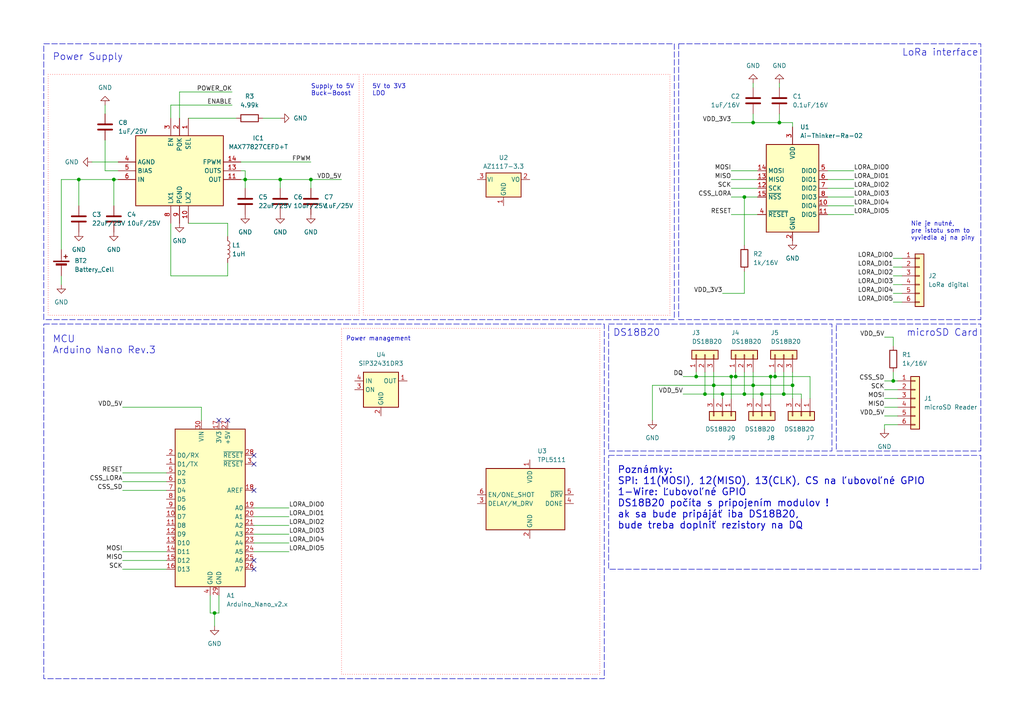
<source format=kicad_sch>
(kicad_sch (version 20230121) (generator eeschema)

  (uuid 6cb4d69c-0451-4a38-98d0-070a19ab8e70)

  (paper "A4")

  (lib_symbols
    (symbol "Connector_Generic:Conn_01x03" (pin_names (offset 1.016) hide) (in_bom yes) (on_board yes)
      (property "Reference" "J" (at 0 5.08 0)
        (effects (font (size 1.27 1.27)))
      )
      (property "Value" "Conn_01x03" (at 0 -5.08 0)
        (effects (font (size 1.27 1.27)))
      )
      (property "Footprint" "" (at 0 0 0)
        (effects (font (size 1.27 1.27)) hide)
      )
      (property "Datasheet" "~" (at 0 0 0)
        (effects (font (size 1.27 1.27)) hide)
      )
      (property "ki_keywords" "connector" (at 0 0 0)
        (effects (font (size 1.27 1.27)) hide)
      )
      (property "ki_description" "Generic connector, single row, 01x03, script generated (kicad-library-utils/schlib/autogen/connector/)" (at 0 0 0)
        (effects (font (size 1.27 1.27)) hide)
      )
      (property "ki_fp_filters" "Connector*:*_1x??_*" (at 0 0 0)
        (effects (font (size 1.27 1.27)) hide)
      )
      (symbol "Conn_01x03_1_1"
        (rectangle (start -1.27 -2.413) (end 0 -2.667)
          (stroke (width 0.1524) (type default))
          (fill (type none))
        )
        (rectangle (start -1.27 0.127) (end 0 -0.127)
          (stroke (width 0.1524) (type default))
          (fill (type none))
        )
        (rectangle (start -1.27 2.667) (end 0 2.413)
          (stroke (width 0.1524) (type default))
          (fill (type none))
        )
        (rectangle (start -1.27 3.81) (end 1.27 -3.81)
          (stroke (width 0.254) (type default))
          (fill (type background))
        )
        (pin passive line (at -5.08 2.54 0) (length 3.81)
          (name "Pin_1" (effects (font (size 1.27 1.27))))
          (number "1" (effects (font (size 1.27 1.27))))
        )
        (pin passive line (at -5.08 0 0) (length 3.81)
          (name "Pin_2" (effects (font (size 1.27 1.27))))
          (number "2" (effects (font (size 1.27 1.27))))
        )
        (pin passive line (at -5.08 -2.54 0) (length 3.81)
          (name "Pin_3" (effects (font (size 1.27 1.27))))
          (number "3" (effects (font (size 1.27 1.27))))
        )
      )
    )
    (symbol "Connector_Generic:Conn_01x06" (pin_names (offset 1.016) hide) (in_bom yes) (on_board yes)
      (property "Reference" "J" (at 0 7.62 0)
        (effects (font (size 1.27 1.27)))
      )
      (property "Value" "Conn_01x06" (at 0 -10.16 0)
        (effects (font (size 1.27 1.27)))
      )
      (property "Footprint" "" (at 0 0 0)
        (effects (font (size 1.27 1.27)) hide)
      )
      (property "Datasheet" "~" (at 0 0 0)
        (effects (font (size 1.27 1.27)) hide)
      )
      (property "ki_keywords" "connector" (at 0 0 0)
        (effects (font (size 1.27 1.27)) hide)
      )
      (property "ki_description" "Generic connector, single row, 01x06, script generated (kicad-library-utils/schlib/autogen/connector/)" (at 0 0 0)
        (effects (font (size 1.27 1.27)) hide)
      )
      (property "ki_fp_filters" "Connector*:*_1x??_*" (at 0 0 0)
        (effects (font (size 1.27 1.27)) hide)
      )
      (symbol "Conn_01x06_1_1"
        (rectangle (start -1.27 -7.493) (end 0 -7.747)
          (stroke (width 0.1524) (type default))
          (fill (type none))
        )
        (rectangle (start -1.27 -4.953) (end 0 -5.207)
          (stroke (width 0.1524) (type default))
          (fill (type none))
        )
        (rectangle (start -1.27 -2.413) (end 0 -2.667)
          (stroke (width 0.1524) (type default))
          (fill (type none))
        )
        (rectangle (start -1.27 0.127) (end 0 -0.127)
          (stroke (width 0.1524) (type default))
          (fill (type none))
        )
        (rectangle (start -1.27 2.667) (end 0 2.413)
          (stroke (width 0.1524) (type default))
          (fill (type none))
        )
        (rectangle (start -1.27 5.207) (end 0 4.953)
          (stroke (width 0.1524) (type default))
          (fill (type none))
        )
        (rectangle (start -1.27 6.35) (end 1.27 -8.89)
          (stroke (width 0.254) (type default))
          (fill (type background))
        )
        (pin passive line (at -5.08 5.08 0) (length 3.81)
          (name "Pin_1" (effects (font (size 1.27 1.27))))
          (number "1" (effects (font (size 1.27 1.27))))
        )
        (pin passive line (at -5.08 2.54 0) (length 3.81)
          (name "Pin_2" (effects (font (size 1.27 1.27))))
          (number "2" (effects (font (size 1.27 1.27))))
        )
        (pin passive line (at -5.08 0 0) (length 3.81)
          (name "Pin_3" (effects (font (size 1.27 1.27))))
          (number "3" (effects (font (size 1.27 1.27))))
        )
        (pin passive line (at -5.08 -2.54 0) (length 3.81)
          (name "Pin_4" (effects (font (size 1.27 1.27))))
          (number "4" (effects (font (size 1.27 1.27))))
        )
        (pin passive line (at -5.08 -5.08 0) (length 3.81)
          (name "Pin_5" (effects (font (size 1.27 1.27))))
          (number "5" (effects (font (size 1.27 1.27))))
        )
        (pin passive line (at -5.08 -7.62 0) (length 3.81)
          (name "Pin_6" (effects (font (size 1.27 1.27))))
          (number "6" (effects (font (size 1.27 1.27))))
        )
      )
    )
    (symbol "Device:Battery_Cell" (pin_numbers hide) (pin_names (offset 0) hide) (in_bom yes) (on_board yes)
      (property "Reference" "BT" (at 2.54 2.54 0)
        (effects (font (size 1.27 1.27)) (justify left))
      )
      (property "Value" "Battery_Cell" (at 2.54 0 0)
        (effects (font (size 1.27 1.27)) (justify left))
      )
      (property "Footprint" "" (at 0 1.524 90)
        (effects (font (size 1.27 1.27)) hide)
      )
      (property "Datasheet" "~" (at 0 1.524 90)
        (effects (font (size 1.27 1.27)) hide)
      )
      (property "ki_keywords" "battery cell" (at 0 0 0)
        (effects (font (size 1.27 1.27)) hide)
      )
      (property "ki_description" "Single-cell battery" (at 0 0 0)
        (effects (font (size 1.27 1.27)) hide)
      )
      (symbol "Battery_Cell_0_1"
        (rectangle (start -2.286 1.778) (end 2.286 1.524)
          (stroke (width 0) (type default))
          (fill (type outline))
        )
        (rectangle (start -1.524 1.016) (end 1.524 0.508)
          (stroke (width 0) (type default))
          (fill (type outline))
        )
        (polyline
          (pts
            (xy 0 0.762)
            (xy 0 0)
          )
          (stroke (width 0) (type default))
          (fill (type none))
        )
        (polyline
          (pts
            (xy 0 1.778)
            (xy 0 2.54)
          )
          (stroke (width 0) (type default))
          (fill (type none))
        )
        (polyline
          (pts
            (xy 0.762 3.048)
            (xy 1.778 3.048)
          )
          (stroke (width 0.254) (type default))
          (fill (type none))
        )
        (polyline
          (pts
            (xy 1.27 3.556)
            (xy 1.27 2.54)
          )
          (stroke (width 0.254) (type default))
          (fill (type none))
        )
      )
      (symbol "Battery_Cell_1_1"
        (pin passive line (at 0 5.08 270) (length 2.54)
          (name "+" (effects (font (size 1.27 1.27))))
          (number "1" (effects (font (size 1.27 1.27))))
        )
        (pin passive line (at 0 -2.54 90) (length 2.54)
          (name "-" (effects (font (size 1.27 1.27))))
          (number "2" (effects (font (size 1.27 1.27))))
        )
      )
    )
    (symbol "Device:C" (pin_numbers hide) (pin_names (offset 0.254)) (in_bom yes) (on_board yes)
      (property "Reference" "C" (at 0.635 2.54 0)
        (effects (font (size 1.27 1.27)) (justify left))
      )
      (property "Value" "C" (at 0.635 -2.54 0)
        (effects (font (size 1.27 1.27)) (justify left))
      )
      (property "Footprint" "" (at 0.9652 -3.81 0)
        (effects (font (size 1.27 1.27)) hide)
      )
      (property "Datasheet" "~" (at 0 0 0)
        (effects (font (size 1.27 1.27)) hide)
      )
      (property "ki_keywords" "cap capacitor" (at 0 0 0)
        (effects (font (size 1.27 1.27)) hide)
      )
      (property "ki_description" "Unpolarized capacitor" (at 0 0 0)
        (effects (font (size 1.27 1.27)) hide)
      )
      (property "ki_fp_filters" "C_*" (at 0 0 0)
        (effects (font (size 1.27 1.27)) hide)
      )
      (symbol "C_0_1"
        (polyline
          (pts
            (xy -2.032 -0.762)
            (xy 2.032 -0.762)
          )
          (stroke (width 0.508) (type default))
          (fill (type none))
        )
        (polyline
          (pts
            (xy -2.032 0.762)
            (xy 2.032 0.762)
          )
          (stroke (width 0.508) (type default))
          (fill (type none))
        )
      )
      (symbol "C_1_1"
        (pin passive line (at 0 3.81 270) (length 2.794)
          (name "~" (effects (font (size 1.27 1.27))))
          (number "1" (effects (font (size 1.27 1.27))))
        )
        (pin passive line (at 0 -3.81 90) (length 2.794)
          (name "~" (effects (font (size 1.27 1.27))))
          (number "2" (effects (font (size 1.27 1.27))))
        )
      )
    )
    (symbol "Device:L" (pin_numbers hide) (pin_names (offset 1.016) hide) (in_bom yes) (on_board yes)
      (property "Reference" "L" (at -1.27 0 90)
        (effects (font (size 1.27 1.27)))
      )
      (property "Value" "L" (at 1.905 0 90)
        (effects (font (size 1.27 1.27)))
      )
      (property "Footprint" "" (at 0 0 0)
        (effects (font (size 1.27 1.27)) hide)
      )
      (property "Datasheet" "~" (at 0 0 0)
        (effects (font (size 1.27 1.27)) hide)
      )
      (property "ki_keywords" "inductor choke coil reactor magnetic" (at 0 0 0)
        (effects (font (size 1.27 1.27)) hide)
      )
      (property "ki_description" "Inductor" (at 0 0 0)
        (effects (font (size 1.27 1.27)) hide)
      )
      (property "ki_fp_filters" "Choke_* *Coil* Inductor_* L_*" (at 0 0 0)
        (effects (font (size 1.27 1.27)) hide)
      )
      (symbol "L_0_1"
        (arc (start 0 -2.54) (mid 0.6323 -1.905) (end 0 -1.27)
          (stroke (width 0) (type default))
          (fill (type none))
        )
        (arc (start 0 -1.27) (mid 0.6323 -0.635) (end 0 0)
          (stroke (width 0) (type default))
          (fill (type none))
        )
        (arc (start 0 0) (mid 0.6323 0.635) (end 0 1.27)
          (stroke (width 0) (type default))
          (fill (type none))
        )
        (arc (start 0 1.27) (mid 0.6323 1.905) (end 0 2.54)
          (stroke (width 0) (type default))
          (fill (type none))
        )
      )
      (symbol "L_1_1"
        (pin passive line (at 0 3.81 270) (length 1.27)
          (name "1" (effects (font (size 1.27 1.27))))
          (number "1" (effects (font (size 1.27 1.27))))
        )
        (pin passive line (at 0 -3.81 90) (length 1.27)
          (name "2" (effects (font (size 1.27 1.27))))
          (number "2" (effects (font (size 1.27 1.27))))
        )
      )
    )
    (symbol "Device:R" (pin_numbers hide) (pin_names (offset 0)) (in_bom yes) (on_board yes)
      (property "Reference" "R" (at 2.032 0 90)
        (effects (font (size 1.27 1.27)))
      )
      (property "Value" "R" (at 0 0 90)
        (effects (font (size 1.27 1.27)))
      )
      (property "Footprint" "" (at -1.778 0 90)
        (effects (font (size 1.27 1.27)) hide)
      )
      (property "Datasheet" "~" (at 0 0 0)
        (effects (font (size 1.27 1.27)) hide)
      )
      (property "ki_keywords" "R res resistor" (at 0 0 0)
        (effects (font (size 1.27 1.27)) hide)
      )
      (property "ki_description" "Resistor" (at 0 0 0)
        (effects (font (size 1.27 1.27)) hide)
      )
      (property "ki_fp_filters" "R_*" (at 0 0 0)
        (effects (font (size 1.27 1.27)) hide)
      )
      (symbol "R_0_1"
        (rectangle (start -1.016 -2.54) (end 1.016 2.54)
          (stroke (width 0.254) (type default))
          (fill (type none))
        )
      )
      (symbol "R_1_1"
        (pin passive line (at 0 3.81 270) (length 1.27)
          (name "~" (effects (font (size 1.27 1.27))))
          (number "1" (effects (font (size 1.27 1.27))))
        )
        (pin passive line (at 0 -3.81 90) (length 1.27)
          (name "~" (effects (font (size 1.27 1.27))))
          (number "2" (effects (font (size 1.27 1.27))))
        )
      )
    )
    (symbol "MAX77827CEFD+T:MAX77827CEFD+T" (in_bom yes) (on_board yes)
      (property "Reference" "IC" (at 26.67 15.24 0)
        (effects (font (size 1.27 1.27)) (justify left top))
      )
      (property "Value" "MAX77827CEFD+T" (at 26.67 12.7 0)
        (effects (font (size 1.27 1.27)) (justify left top))
      )
      (property "Footprint" "MAX77827CEFDT" (at 26.67 -87.3 0)
        (effects (font (size 1.27 1.27)) (justify left top) hide)
      )
      (property "Datasheet" "https://www.analog.com/MAX77827/datasheet" (at 26.67 -187.3 0)
        (effects (font (size 1.27 1.27)) (justify left top) hide)
      )
      (property "Height" "0.6" (at 26.67 -387.3 0)
        (effects (font (size 1.27 1.27)) (justify left top) hide)
      )
      (property "Mouser Part Number" "700-MAX77827CEFD+T" (at 26.67 -487.3 0)
        (effects (font (size 1.27 1.27)) (justify left top) hide)
      )
      (property "Mouser Price/Stock" "https://www.mouser.co.uk/ProductDetail/Analog-Devices-Maxim-Integrated/MAX77827CEFD%2bT?qs=7MVldsJ5UaxDaeOSCVH4TQ%3D%3D" (at 26.67 -587.3 0)
        (effects (font (size 1.27 1.27)) (justify left top) hide)
      )
      (property "Manufacturer_Name" "Analog Devices" (at 26.67 -687.3 0)
        (effects (font (size 1.27 1.27)) (justify left top) hide)
      )
      (property "Manufacturer_Part_Number" "MAX77827CEFD+T" (at 26.67 -787.3 0)
        (effects (font (size 1.27 1.27)) (justify left top) hide)
      )
      (property "ki_description" "5.5V Input, 1.8A/3.1A Switch Buck-Boost Converter with 6uA IQ" (at 0 0 0)
        (effects (font (size 1.27 1.27)) hide)
      )
      (symbol "MAX77827CEFD+T_1_1"
        (rectangle (start 5.08 10.16) (end 25.4 -15.24)
          (stroke (width 0.254) (type default))
          (fill (type background))
        )
        (pin passive line (at 0 0 0) (length 5.08)
          (name "SEL" (effects (font (size 1.27 1.27))))
          (number "1" (effects (font (size 1.27 1.27))))
        )
        (pin passive line (at 30.48 0 180) (length 5.08)
          (name "LX2" (effects (font (size 1.27 1.27))))
          (number "10" (effects (font (size 1.27 1.27))))
        )
        (pin passive line (at 17.78 15.24 270) (length 5.08)
          (name "OUT" (effects (font (size 1.27 1.27))))
          (number "11" (effects (font (size 1.27 1.27))))
        )
        (pin passive line (at 15.24 15.24 270) (length 5.08)
          (name "OUTS" (effects (font (size 1.27 1.27))))
          (number "13" (effects (font (size 1.27 1.27))))
        )
        (pin passive line (at 12.7 15.24 270) (length 5.08)
          (name "FPWM" (effects (font (size 1.27 1.27))))
          (number "14" (effects (font (size 1.27 1.27))))
        )
        (pin passive line (at 0 -2.54 0) (length 5.08)
          (name "POK" (effects (font (size 1.27 1.27))))
          (number "2" (effects (font (size 1.27 1.27))))
        )
        (pin passive line (at 0 -5.08 0) (length 5.08)
          (name "EN" (effects (font (size 1.27 1.27))))
          (number "3" (effects (font (size 1.27 1.27))))
        )
        (pin passive line (at 12.7 -20.32 90) (length 5.08)
          (name "AGND" (effects (font (size 1.27 1.27))))
          (number "4" (effects (font (size 1.27 1.27))))
        )
        (pin passive line (at 15.24 -20.32 90) (length 5.08)
          (name "BIAS" (effects (font (size 1.27 1.27))))
          (number "5" (effects (font (size 1.27 1.27))))
        )
        (pin passive line (at 17.78 -20.32 90) (length 5.08)
          (name "IN" (effects (font (size 1.27 1.27))))
          (number "6" (effects (font (size 1.27 1.27))))
        )
        (pin passive line (at 30.48 -5.08 180) (length 5.08)
          (name "LX1" (effects (font (size 1.27 1.27))))
          (number "8" (effects (font (size 1.27 1.27))))
        )
        (pin passive line (at 30.48 -2.54 180) (length 5.08)
          (name "PGND" (effects (font (size 1.27 1.27))))
          (number "9" (effects (font (size 1.27 1.27))))
        )
      )
    )
    (symbol "MCU_Module:Arduino_Nano_v2.x" (in_bom yes) (on_board yes)
      (property "Reference" "A" (at -10.16 23.495 0)
        (effects (font (size 1.27 1.27)) (justify left bottom))
      )
      (property "Value" "Arduino_Nano_v2.x" (at 5.08 -24.13 0)
        (effects (font (size 1.27 1.27)) (justify left top))
      )
      (property "Footprint" "Module:Arduino_Nano" (at 0 0 0)
        (effects (font (size 1.27 1.27) italic) hide)
      )
      (property "Datasheet" "https://www.arduino.cc/en/uploads/Main/ArduinoNanoManual23.pdf" (at 0 0 0)
        (effects (font (size 1.27 1.27)) hide)
      )
      (property "ki_keywords" "Arduino nano microcontroller module USB" (at 0 0 0)
        (effects (font (size 1.27 1.27)) hide)
      )
      (property "ki_description" "Arduino Nano v2.x" (at 0 0 0)
        (effects (font (size 1.27 1.27)) hide)
      )
      (property "ki_fp_filters" "Arduino*Nano*" (at 0 0 0)
        (effects (font (size 1.27 1.27)) hide)
      )
      (symbol "Arduino_Nano_v2.x_0_1"
        (rectangle (start -10.16 22.86) (end 10.16 -22.86)
          (stroke (width 0.254) (type default))
          (fill (type background))
        )
      )
      (symbol "Arduino_Nano_v2.x_1_1"
        (pin bidirectional line (at -12.7 12.7 0) (length 2.54)
          (name "D1/TX" (effects (font (size 1.27 1.27))))
          (number "1" (effects (font (size 1.27 1.27))))
        )
        (pin bidirectional line (at -12.7 -2.54 0) (length 2.54)
          (name "D7" (effects (font (size 1.27 1.27))))
          (number "10" (effects (font (size 1.27 1.27))))
        )
        (pin bidirectional line (at -12.7 -5.08 0) (length 2.54)
          (name "D8" (effects (font (size 1.27 1.27))))
          (number "11" (effects (font (size 1.27 1.27))))
        )
        (pin bidirectional line (at -12.7 -7.62 0) (length 2.54)
          (name "D9" (effects (font (size 1.27 1.27))))
          (number "12" (effects (font (size 1.27 1.27))))
        )
        (pin bidirectional line (at -12.7 -10.16 0) (length 2.54)
          (name "D10" (effects (font (size 1.27 1.27))))
          (number "13" (effects (font (size 1.27 1.27))))
        )
        (pin bidirectional line (at -12.7 -12.7 0) (length 2.54)
          (name "D11" (effects (font (size 1.27 1.27))))
          (number "14" (effects (font (size 1.27 1.27))))
        )
        (pin bidirectional line (at -12.7 -15.24 0) (length 2.54)
          (name "D12" (effects (font (size 1.27 1.27))))
          (number "15" (effects (font (size 1.27 1.27))))
        )
        (pin bidirectional line (at -12.7 -17.78 0) (length 2.54)
          (name "D13" (effects (font (size 1.27 1.27))))
          (number "16" (effects (font (size 1.27 1.27))))
        )
        (pin power_out line (at 2.54 25.4 270) (length 2.54)
          (name "3V3" (effects (font (size 1.27 1.27))))
          (number "17" (effects (font (size 1.27 1.27))))
        )
        (pin input line (at 12.7 5.08 180) (length 2.54)
          (name "AREF" (effects (font (size 1.27 1.27))))
          (number "18" (effects (font (size 1.27 1.27))))
        )
        (pin bidirectional line (at 12.7 0 180) (length 2.54)
          (name "A0" (effects (font (size 1.27 1.27))))
          (number "19" (effects (font (size 1.27 1.27))))
        )
        (pin bidirectional line (at -12.7 15.24 0) (length 2.54)
          (name "D0/RX" (effects (font (size 1.27 1.27))))
          (number "2" (effects (font (size 1.27 1.27))))
        )
        (pin bidirectional line (at 12.7 -2.54 180) (length 2.54)
          (name "A1" (effects (font (size 1.27 1.27))))
          (number "20" (effects (font (size 1.27 1.27))))
        )
        (pin bidirectional line (at 12.7 -5.08 180) (length 2.54)
          (name "A2" (effects (font (size 1.27 1.27))))
          (number "21" (effects (font (size 1.27 1.27))))
        )
        (pin bidirectional line (at 12.7 -7.62 180) (length 2.54)
          (name "A3" (effects (font (size 1.27 1.27))))
          (number "22" (effects (font (size 1.27 1.27))))
        )
        (pin bidirectional line (at 12.7 -10.16 180) (length 2.54)
          (name "A4" (effects (font (size 1.27 1.27))))
          (number "23" (effects (font (size 1.27 1.27))))
        )
        (pin bidirectional line (at 12.7 -12.7 180) (length 2.54)
          (name "A5" (effects (font (size 1.27 1.27))))
          (number "24" (effects (font (size 1.27 1.27))))
        )
        (pin bidirectional line (at 12.7 -15.24 180) (length 2.54)
          (name "A6" (effects (font (size 1.27 1.27))))
          (number "25" (effects (font (size 1.27 1.27))))
        )
        (pin bidirectional line (at 12.7 -17.78 180) (length 2.54)
          (name "A7" (effects (font (size 1.27 1.27))))
          (number "26" (effects (font (size 1.27 1.27))))
        )
        (pin power_out line (at 5.08 25.4 270) (length 2.54)
          (name "+5V" (effects (font (size 1.27 1.27))))
          (number "27" (effects (font (size 1.27 1.27))))
        )
        (pin input line (at 12.7 15.24 180) (length 2.54)
          (name "~{RESET}" (effects (font (size 1.27 1.27))))
          (number "28" (effects (font (size 1.27 1.27))))
        )
        (pin power_in line (at 2.54 -25.4 90) (length 2.54)
          (name "GND" (effects (font (size 1.27 1.27))))
          (number "29" (effects (font (size 1.27 1.27))))
        )
        (pin input line (at 12.7 12.7 180) (length 2.54)
          (name "~{RESET}" (effects (font (size 1.27 1.27))))
          (number "3" (effects (font (size 1.27 1.27))))
        )
        (pin power_in line (at -2.54 25.4 270) (length 2.54)
          (name "VIN" (effects (font (size 1.27 1.27))))
          (number "30" (effects (font (size 1.27 1.27))))
        )
        (pin power_in line (at 0 -25.4 90) (length 2.54)
          (name "GND" (effects (font (size 1.27 1.27))))
          (number "4" (effects (font (size 1.27 1.27))))
        )
        (pin bidirectional line (at -12.7 10.16 0) (length 2.54)
          (name "D2" (effects (font (size 1.27 1.27))))
          (number "5" (effects (font (size 1.27 1.27))))
        )
        (pin bidirectional line (at -12.7 7.62 0) (length 2.54)
          (name "D3" (effects (font (size 1.27 1.27))))
          (number "6" (effects (font (size 1.27 1.27))))
        )
        (pin bidirectional line (at -12.7 5.08 0) (length 2.54)
          (name "D4" (effects (font (size 1.27 1.27))))
          (number "7" (effects (font (size 1.27 1.27))))
        )
        (pin bidirectional line (at -12.7 2.54 0) (length 2.54)
          (name "D5" (effects (font (size 1.27 1.27))))
          (number "8" (effects (font (size 1.27 1.27))))
        )
        (pin bidirectional line (at -12.7 0 0) (length 2.54)
          (name "D6" (effects (font (size 1.27 1.27))))
          (number "9" (effects (font (size 1.27 1.27))))
        )
      )
    )
    (symbol "Power_Management:SiP32431DR3" (in_bom yes) (on_board yes)
      (property "Reference" "U" (at 0 8.89 0)
        (effects (font (size 1.27 1.27)))
      )
      (property "Value" "SiP32431DR3" (at 0 6.35 0)
        (effects (font (size 1.27 1.27)))
      )
      (property "Footprint" "Package_TO_SOT_SMD:SOT-363_SC-70-6" (at 0 11.43 0)
        (effects (font (size 1.27 1.27)) hide)
      )
      (property "Datasheet" "http://www.vishay.com.hk/docs/66597/sip32431.pdf" (at 0 0 0)
        (effects (font (size 1.27 1.27)) hide)
      )
      (property "ki_keywords" "Load switch" (at 0 0 0)
        (effects (font (size 1.27 1.27)) hide)
      )
      (property "ki_description" "10 pA, Ultra Low Leakage and Quiescent Current, Load Switch with Reverse Blocking, High Enable, SC-70-6" (at 0 0 0)
        (effects (font (size 1.27 1.27)) hide)
      )
      (property "ki_fp_filters" "*SC?70*" (at 0 0 0)
        (effects (font (size 1.27 1.27)) hide)
      )
      (symbol "SiP32431DR3_0_1"
        (rectangle (start -5.08 5.08) (end 5.08 -5.08)
          (stroke (width 0.254) (type default))
          (fill (type background))
        )
      )
      (symbol "SiP32431DR3_1_1"
        (pin passive line (at 7.62 2.54 180) (length 2.54)
          (name "OUT" (effects (font (size 1.27 1.27))))
          (number "1" (effects (font (size 1.27 1.27))))
        )
        (pin power_in line (at 0 -7.62 90) (length 2.54)
          (name "GND" (effects (font (size 1.27 1.27))))
          (number "2" (effects (font (size 1.27 1.27))))
        )
        (pin input line (at -7.62 0 0) (length 2.54)
          (name "ON" (effects (font (size 1.27 1.27))))
          (number "3" (effects (font (size 1.27 1.27))))
        )
        (pin passive line (at -7.62 2.54 0) (length 2.54)
          (name "IN" (effects (font (size 1.27 1.27))))
          (number "4" (effects (font (size 1.27 1.27))))
        )
        (pin passive line (at 0 -7.62 90) (length 2.54) hide
          (name "GND" (effects (font (size 1.27 1.27))))
          (number "5" (effects (font (size 1.27 1.27))))
        )
        (pin no_connect line (at 5.08 0 180) (length 2.54) hide
          (name "NC" (effects (font (size 1.27 1.27))))
          (number "6" (effects (font (size 1.27 1.27))))
        )
      )
    )
    (symbol "RF_Module:Ai-Thinker-Ra-02" (in_bom yes) (on_board yes)
      (property "Reference" "U" (at 2.54 19.05 0)
        (effects (font (size 1.27 1.27)))
      )
      (property "Value" "Ai-Thinker-Ra-02" (at 13.97 -15.24 0)
        (effects (font (size 1.27 1.27)))
      )
      (property "Footprint" "RF_Module:Ai-Thinker-Ra-01-LoRa" (at 25.4 -10.16 0)
        (effects (font (size 1.27 1.27)) hide)
      )
      (property "Datasheet" "http://wiki.ai-thinker.com/_media/lora/docs/c048ps01a1_ra-02_product_specification_v1.1.pdf" (at 2.54 19.05 0)
        (effects (font (size 1.27 1.27)) hide)
      )
      (property "ki_keywords" "Ra-02 LoRa" (at 0 0 0)
        (effects (font (size 1.27 1.27)) hide)
      )
      (property "ki_description" "Ai-Thinker Ra-02 410-525 MHz LoRa Module, SPI interface, U.FL antenna connector" (at 0 0 0)
        (effects (font (size 1.27 1.27)) hide)
      )
      (property "ki_fp_filters" "Ai?Thinker?Ra?01*" (at 0 0 0)
        (effects (font (size 1.27 1.27)) hide)
      )
      (symbol "Ai-Thinker-Ra-02_0_1"
        (rectangle (start -7.62 12.7) (end 7.62 -12.7)
          (stroke (width 0.254) (type default))
          (fill (type background))
        )
      )
      (symbol "Ai-Thinker-Ra-02_1_1"
        (pin passive line (at 0 -15.24 90) (length 2.54) hide
          (name "GND" (effects (font (size 1.27 1.27))))
          (number "1" (effects (font (size 1.27 1.27))))
        )
        (pin bidirectional line (at 10.16 -5.08 180) (length 2.54)
          (name "DIO4" (effects (font (size 1.27 1.27))))
          (number "10" (effects (font (size 1.27 1.27))))
        )
        (pin bidirectional line (at 10.16 -7.62 180) (length 2.54)
          (name "DIO5" (effects (font (size 1.27 1.27))))
          (number "11" (effects (font (size 1.27 1.27))))
        )
        (pin input line (at -10.16 0 0) (length 2.54)
          (name "SCK" (effects (font (size 1.27 1.27))))
          (number "12" (effects (font (size 1.27 1.27))))
        )
        (pin output line (at -10.16 2.54 0) (length 2.54)
          (name "MISO" (effects (font (size 1.27 1.27))))
          (number "13" (effects (font (size 1.27 1.27))))
        )
        (pin input line (at -10.16 5.08 0) (length 2.54)
          (name "MOSI" (effects (font (size 1.27 1.27))))
          (number "14" (effects (font (size 1.27 1.27))))
        )
        (pin input line (at -10.16 -2.54 0) (length 2.54)
          (name "~{NSS}" (effects (font (size 1.27 1.27))))
          (number "15" (effects (font (size 1.27 1.27))))
        )
        (pin passive line (at 0 -15.24 90) (length 2.54) hide
          (name "GND" (effects (font (size 1.27 1.27))))
          (number "16" (effects (font (size 1.27 1.27))))
        )
        (pin power_in line (at 0 -15.24 90) (length 2.54)
          (name "GND" (effects (font (size 1.27 1.27))))
          (number "2" (effects (font (size 1.27 1.27))))
        )
        (pin power_in line (at 0 17.78 270) (length 5.08)
          (name "VDD" (effects (font (size 1.27 1.27))))
          (number "3" (effects (font (size 1.27 1.27))))
        )
        (pin input line (at -10.16 -7.62 0) (length 2.54)
          (name "~{RESET}" (effects (font (size 1.27 1.27))))
          (number "4" (effects (font (size 1.27 1.27))))
        )
        (pin bidirectional line (at 10.16 5.08 180) (length 2.54)
          (name "DIO0" (effects (font (size 1.27 1.27))))
          (number "5" (effects (font (size 1.27 1.27))))
        )
        (pin bidirectional line (at 10.16 2.54 180) (length 2.54)
          (name "DIO1" (effects (font (size 1.27 1.27))))
          (number "6" (effects (font (size 1.27 1.27))))
        )
        (pin bidirectional line (at 10.16 0 180) (length 2.54)
          (name "DIO2" (effects (font (size 1.27 1.27))))
          (number "7" (effects (font (size 1.27 1.27))))
        )
        (pin bidirectional line (at 10.16 -2.54 180) (length 2.54)
          (name "DIO3" (effects (font (size 1.27 1.27))))
          (number "8" (effects (font (size 1.27 1.27))))
        )
        (pin passive line (at 0 -15.24 90) (length 2.54) hide
          (name "GND" (effects (font (size 1.27 1.27))))
          (number "9" (effects (font (size 1.27 1.27))))
        )
      )
    )
    (symbol "Regulator_Linear:AZ1117-3.3" (pin_names (offset 0.254)) (in_bom yes) (on_board yes)
      (property "Reference" "U" (at -3.81 3.175 0)
        (effects (font (size 1.27 1.27)))
      )
      (property "Value" "AZ1117-3.3" (at 0 3.175 0)
        (effects (font (size 1.27 1.27)) (justify left))
      )
      (property "Footprint" "" (at 0 6.35 0)
        (effects (font (size 1.27 1.27) italic) hide)
      )
      (property "Datasheet" "https://www.diodes.com/assets/Datasheets/AZ1117.pdf" (at 0 0 0)
        (effects (font (size 1.27 1.27)) hide)
      )
      (property "ki_keywords" "Fixed Voltage Regulator 1A Positive LDO" (at 0 0 0)
        (effects (font (size 1.27 1.27)) hide)
      )
      (property "ki_description" "1A 20V Fixed LDO Linear Regulator, 3.3V, SOT-89/SOT-223/TO-220/TO-252/TO-263" (at 0 0 0)
        (effects (font (size 1.27 1.27)) hide)
      )
      (property "ki_fp_filters" "SOT?223* SOT?89* TO?220* TO?252* TO?263*" (at 0 0 0)
        (effects (font (size 1.27 1.27)) hide)
      )
      (symbol "AZ1117-3.3_0_1"
        (rectangle (start -5.08 1.905) (end 5.08 -5.08)
          (stroke (width 0.254) (type default))
          (fill (type background))
        )
      )
      (symbol "AZ1117-3.3_1_1"
        (pin power_in line (at 0 -7.62 90) (length 2.54)
          (name "GND" (effects (font (size 1.27 1.27))))
          (number "1" (effects (font (size 1.27 1.27))))
        )
        (pin power_out line (at 7.62 0 180) (length 2.54)
          (name "VO" (effects (font (size 1.27 1.27))))
          (number "2" (effects (font (size 1.27 1.27))))
        )
        (pin power_in line (at -7.62 0 0) (length 2.54)
          (name "VI" (effects (font (size 1.27 1.27))))
          (number "3" (effects (font (size 1.27 1.27))))
        )
      )
    )
    (symbol "Timer:TPL5111" (in_bom yes) (on_board yes)
      (property "Reference" "U" (at -11.43 11.43 0)
        (effects (font (size 1.27 1.27)))
      )
      (property "Value" "TPL5111" (at 6.35 11.43 0)
        (effects (font (size 1.27 1.27)))
      )
      (property "Footprint" "Package_TO_SOT_SMD:SOT-23-6" (at 0 0 0)
        (effects (font (size 1.27 1.27)) hide)
      )
      (property "Datasheet" "http://www.ti.com/lit/ds/symlink/tpl5111.pdf" (at -41.91 3.81 0)
        (effects (font (size 1.27 1.27)) hide)
      )
      (property "ki_keywords" "timer active-high nano wake done" (at 0 0 0)
        (effects (font (size 1.27 1.27)) hide)
      )
      (property "ki_description" "Timer, Nano Power, Active-High, 35 nA, 100 ms to 7200 s, VDD 1.8V to 5.5V, Iout max 1mA, SOT-23-6" (at 0 0 0)
        (effects (font (size 1.27 1.27)) hide)
      )
      (property "ki_fp_filters" "SOT?23*" (at 0 0 0)
        (effects (font (size 1.27 1.27)) hide)
      )
      (symbol "TPL5111_0_1"
        (rectangle (start -12.7 10.16) (end 10.16 -7.62)
          (stroke (width 0.254) (type default))
          (fill (type background))
        )
      )
      (symbol "TPL5111_1_1"
        (pin power_in line (at 0 12.7 270) (length 2.54)
          (name "VDD" (effects (font (size 1.27 1.27))))
          (number "1" (effects (font (size 1.27 1.27))))
        )
        (pin power_in line (at 0 -10.16 90) (length 2.54)
          (name "GND" (effects (font (size 1.27 1.27))))
          (number "2" (effects (font (size 1.27 1.27))))
        )
        (pin input line (at -15.24 0 0) (length 2.54)
          (name "DELAY/M_DRV" (effects (font (size 1.27 1.27))))
          (number "3" (effects (font (size 1.27 1.27))))
        )
        (pin input line (at 12.7 0 180) (length 2.54)
          (name "DONE" (effects (font (size 1.27 1.27))))
          (number "4" (effects (font (size 1.27 1.27))))
        )
        (pin output line (at 12.7 2.54 180) (length 2.54)
          (name "~{DRV}" (effects (font (size 1.27 1.27))))
          (number "5" (effects (font (size 1.27 1.27))))
        )
        (pin input line (at -15.24 2.54 0) (length 2.54)
          (name "EN/ONE_SHOT" (effects (font (size 1.27 1.27))))
          (number "6" (effects (font (size 1.27 1.27))))
        )
      )
    )
    (symbol "power:GND" (power) (pin_names (offset 0)) (in_bom yes) (on_board yes)
      (property "Reference" "#PWR" (at 0 -6.35 0)
        (effects (font (size 1.27 1.27)) hide)
      )
      (property "Value" "GND" (at 0 -3.81 0)
        (effects (font (size 1.27 1.27)))
      )
      (property "Footprint" "" (at 0 0 0)
        (effects (font (size 1.27 1.27)) hide)
      )
      (property "Datasheet" "" (at 0 0 0)
        (effects (font (size 1.27 1.27)) hide)
      )
      (property "ki_keywords" "global power" (at 0 0 0)
        (effects (font (size 1.27 1.27)) hide)
      )
      (property "ki_description" "Power symbol creates a global label with name \"GND\" , ground" (at 0 0 0)
        (effects (font (size 1.27 1.27)) hide)
      )
      (symbol "GND_0_1"
        (polyline
          (pts
            (xy 0 0)
            (xy 0 -1.27)
            (xy 1.27 -1.27)
            (xy 0 -2.54)
            (xy -1.27 -1.27)
            (xy 0 -1.27)
          )
          (stroke (width 0) (type default))
          (fill (type none))
        )
      )
      (symbol "GND_1_1"
        (pin power_in line (at 0 0 270) (length 0) hide
          (name "GND" (effects (font (size 1.27 1.27))))
          (number "1" (effects (font (size 1.27 1.27))))
        )
      )
    )
  )

  (junction (at 227.33 114.3) (diameter 0) (color 0 0 0 0)
    (uuid 01ed45f0-c08f-4c45-aad8-ede06ffb53b7)
  )
  (junction (at 209.55 114.3) (diameter 0) (color 0 0 0 0)
    (uuid 0b7056de-d599-41f7-94c4-724f13f62239)
  )
  (junction (at 226.06 35.56) (diameter 0) (color 0 0 0 0)
    (uuid 0dfc5316-de8a-45a3-b033-53487d888c58)
  )
  (junction (at 218.44 35.56) (diameter 0) (color 0 0 0 0)
    (uuid 0e8d13c5-fd19-4149-b478-0fe1a9402907)
  )
  (junction (at 201.93 109.22) (diameter 0) (color 0 0 0 0)
    (uuid 2b3013be-baae-4f56-8ae4-73c3f0651711)
  )
  (junction (at 22.86 52.07) (diameter 0) (color 0 0 0 0)
    (uuid 2d2701b4-bccb-4f2d-9ffc-be06db76e29b)
  )
  (junction (at 71.12 52.07) (diameter 0) (color 0 0 0 0)
    (uuid 454973cf-ad10-411a-96ef-70a5fd8d5918)
  )
  (junction (at 218.44 111.76) (diameter 0) (color 0 0 0 0)
    (uuid 4a2be81c-d165-4bff-b8dc-0df42705127a)
  )
  (junction (at 213.36 109.22) (diameter 0) (color 0 0 0 0)
    (uuid 65109c80-17e6-4ce0-94a6-ca411d019311)
  )
  (junction (at 223.52 109.22) (diameter 0) (color 0 0 0 0)
    (uuid 8431c498-1efd-4a4a-8be0-b9579865954b)
  )
  (junction (at 204.47 114.3) (diameter 0) (color 0 0 0 0)
    (uuid 88c5eea2-d57f-44ef-8b9e-04a2605ac0f7)
  )
  (junction (at 215.9 57.15) (diameter 0) (color 0 0 0 0)
    (uuid 91bd2fea-032f-4549-a0b4-bb3aa98f9f2f)
  )
  (junction (at 207.01 111.76) (diameter 0) (color 0 0 0 0)
    (uuid 93ffc7b6-028a-4faa-9e00-55c2b61eff14)
  )
  (junction (at 212.09 109.22) (diameter 0) (color 0 0 0 0)
    (uuid a27a4487-324d-4f1b-8ffa-ccdac0551290)
  )
  (junction (at 90.17 52.07) (diameter 0) (color 0 0 0 0)
    (uuid aad6080d-6a30-4c5b-8aa6-0e4982e98cc6)
  )
  (junction (at 220.98 114.3) (diameter 0) (color 0 0 0 0)
    (uuid c679f652-bca8-4967-9ce3-bfc3b6aebcac)
  )
  (junction (at 62.23 177.8) (diameter 0) (color 0 0 0 0)
    (uuid ca96bb2b-070d-4742-b76d-5d585983edfa)
  )
  (junction (at 259.08 110.49) (diameter 0) (color 0 0 0 0)
    (uuid d078d43b-cd74-422f-9951-917ac27a06ca)
  )
  (junction (at 33.02 52.07) (diameter 0) (color 0 0 0 0)
    (uuid d4952e15-cb25-4938-8ff4-59bbcd596793)
  )
  (junction (at 215.9 114.3) (diameter 0) (color 0 0 0 0)
    (uuid d5e19cee-7b79-4e96-9b9c-5e6353792f84)
  )
  (junction (at 229.87 111.76) (diameter 0) (color 0 0 0 0)
    (uuid d8a1ca75-3a87-402d-9f36-c7868cbbf1f0)
  )
  (junction (at 81.28 52.07) (diameter 0) (color 0 0 0 0)
    (uuid ee7f8cdc-8639-403a-8f6c-a41b1227ac5e)
  )
  (junction (at 224.79 109.22) (diameter 0) (color 0 0 0 0)
    (uuid fc6a9de1-a445-433c-a1fb-1f3a679d8694)
  )

  (no_connect (at 73.66 134.62) (uuid 1bbb0213-2dfc-4a9c-a0bd-4bed66f0f1bd))
  (no_connect (at 73.66 162.56) (uuid 436d2a61-252b-4290-a1e8-5327ff0860c7))
  (no_connect (at 66.04 121.92) (uuid 4e9dc831-a062-47dc-a87a-1ab48206b084))
  (no_connect (at 73.66 132.08) (uuid 5def02e0-e9f0-49c9-a797-df85af106add))
  (no_connect (at 63.5 121.92) (uuid aeaa54c3-e1fe-4472-8988-6d94168ac9c9))
  (no_connect (at 73.66 142.24) (uuid f031bcac-79fc-4332-ad4f-51ee2c446ed5))
  (no_connect (at 73.66 165.1) (uuid f807e54e-aab7-46a9-83f0-c5d58549e469))

  (wire (pts (xy 69.85 52.07) (xy 71.12 52.07))
    (stroke (width 0) (type default))
    (uuid 02540e5a-1edc-448c-bffe-a5131ea8dcf9)
  )
  (wire (pts (xy 259.08 110.49) (xy 260.35 110.49))
    (stroke (width 0) (type default))
    (uuid 026e9d4a-3a0c-4600-8281-c4018d7c847e)
  )
  (wire (pts (xy 66.04 76.2) (xy 66.04 80.01))
    (stroke (width 0) (type default))
    (uuid 05679c85-b9d0-4987-8bff-8c42f317e165)
  )
  (wire (pts (xy 259.08 107.95) (xy 259.08 110.49))
    (stroke (width 0) (type default))
    (uuid 0a31f944-65ad-435f-9979-602c1f3689f8)
  )
  (wire (pts (xy 259.08 82.55) (xy 261.62 82.55))
    (stroke (width 0) (type default))
    (uuid 0a442389-8321-48fb-9248-651a56286517)
  )
  (wire (pts (xy 90.17 52.07) (xy 90.17 54.61))
    (stroke (width 0) (type default))
    (uuid 0c5651e8-1448-4b60-941a-b54e44a6aca1)
  )
  (wire (pts (xy 259.08 85.09) (xy 261.62 85.09))
    (stroke (width 0) (type default))
    (uuid 0cf4105f-2e4f-4720-823c-c3aedce52f16)
  )
  (wire (pts (xy 207.01 107.95) (xy 207.01 111.76))
    (stroke (width 0) (type default))
    (uuid 0e6077bb-d753-4c56-8b16-5037d60858af)
  )
  (wire (pts (xy 259.08 100.33) (xy 259.08 97.79))
    (stroke (width 0) (type default))
    (uuid 109b36a8-cfb0-4692-ac51-a90905af2bf7)
  )
  (wire (pts (xy 224.79 107.95) (xy 224.79 109.22))
    (stroke (width 0) (type default))
    (uuid 1e14fe3d-46bc-46ae-8a43-a4c3ece13456)
  )
  (wire (pts (xy 215.9 114.3) (xy 209.55 114.3))
    (stroke (width 0) (type default))
    (uuid 248e87dd-e1e1-4858-ba87-acf9ef238375)
  )
  (wire (pts (xy 35.56 162.56) (xy 48.26 162.56))
    (stroke (width 0) (type default))
    (uuid 272fad35-502e-4c1a-b344-fdf72aadb792)
  )
  (wire (pts (xy 220.98 114.3) (xy 215.9 114.3))
    (stroke (width 0) (type default))
    (uuid 28213da4-ff3b-4eb5-97ba-d8bfe1d52bf4)
  )
  (wire (pts (xy 58.42 121.92) (xy 58.42 118.11))
    (stroke (width 0) (type default))
    (uuid 28454f5a-a21e-4a8e-9757-78ad4f74d2d7)
  )
  (wire (pts (xy 213.36 107.95) (xy 213.36 109.22))
    (stroke (width 0) (type default))
    (uuid 31b48fdb-4cc1-4918-956b-34feb9ab5efb)
  )
  (wire (pts (xy 240.03 49.53) (xy 247.65 49.53))
    (stroke (width 0) (type default))
    (uuid 32367475-ac68-4348-88e4-010603964da8)
  )
  (wire (pts (xy 83.82 160.02) (xy 73.66 160.02))
    (stroke (width 0) (type default))
    (uuid 33616f78-1189-4767-82f0-a734f66033ec)
  )
  (wire (pts (xy 35.56 137.16) (xy 48.26 137.16))
    (stroke (width 0) (type default))
    (uuid 36ce9688-e48f-4571-b65f-d7364a92deff)
  )
  (wire (pts (xy 240.03 57.15) (xy 247.65 57.15))
    (stroke (width 0) (type default))
    (uuid 39a7f600-ed50-428d-b8d0-449b5dd54aab)
  )
  (wire (pts (xy 218.44 107.95) (xy 218.44 111.76))
    (stroke (width 0) (type default))
    (uuid 3a42fe06-fbd6-480e-918f-f6e9bd49a623)
  )
  (wire (pts (xy 71.12 52.07) (xy 81.28 52.07))
    (stroke (width 0) (type default))
    (uuid 3a9ac2de-1204-4843-9f72-cd04d8a37b8d)
  )
  (wire (pts (xy 17.78 80.01) (xy 17.78 82.55))
    (stroke (width 0) (type default))
    (uuid 3b4fa2d8-9f99-40a6-ba26-764561e01d70)
  )
  (wire (pts (xy 22.86 52.07) (xy 33.02 52.07))
    (stroke (width 0) (type default))
    (uuid 3ce2c5d4-ce54-4691-b628-7a89d48f433f)
  )
  (wire (pts (xy 218.44 35.56) (xy 226.06 35.56))
    (stroke (width 0) (type default))
    (uuid 3f84d7a8-f1ed-4b1c-8d25-0042f037137a)
  )
  (wire (pts (xy 212.09 52.07) (xy 219.71 52.07))
    (stroke (width 0) (type default))
    (uuid 4203dad3-7c2c-43df-ab33-3928c78ffabb)
  )
  (wire (pts (xy 81.28 52.07) (xy 90.17 52.07))
    (stroke (width 0) (type default))
    (uuid 4511a7e8-f6b2-4145-8a0e-01c8c6fc5234)
  )
  (wire (pts (xy 189.23 111.76) (xy 189.23 121.92))
    (stroke (width 0) (type default))
    (uuid 4623c30d-230b-411a-9fa2-7b6a92a2d861)
  )
  (wire (pts (xy 218.44 111.76) (xy 218.44 115.57))
    (stroke (width 0) (type default))
    (uuid 46da2596-742d-48b5-ae1e-304554293ae1)
  )
  (wire (pts (xy 212.09 109.22) (xy 212.09 115.57))
    (stroke (width 0) (type default))
    (uuid 48756f38-4494-4adc-a283-c582f3d6768e)
  )
  (wire (pts (xy 227.33 114.3) (xy 232.41 114.3))
    (stroke (width 0) (type default))
    (uuid 49dfc961-2ed0-458c-92ab-610b768e3079)
  )
  (wire (pts (xy 198.12 109.22) (xy 201.93 109.22))
    (stroke (width 0) (type default))
    (uuid 4bad75be-548a-4d5c-b11b-2eded2c310f2)
  )
  (wire (pts (xy 17.78 52.07) (xy 22.86 52.07))
    (stroke (width 0) (type default))
    (uuid 4c05dc82-fd5d-436e-a6bc-4ccdf68882b3)
  )
  (wire (pts (xy 201.93 107.95) (xy 201.93 109.22))
    (stroke (width 0) (type default))
    (uuid 4e679c49-ae0e-48cf-bb6a-cfb8f750a439)
  )
  (wire (pts (xy 204.47 114.3) (xy 209.55 114.3))
    (stroke (width 0) (type default))
    (uuid 4e725724-1b36-42f6-b366-343edd7e8ae4)
  )
  (wire (pts (xy 35.56 160.02) (xy 48.26 160.02))
    (stroke (width 0) (type default))
    (uuid 4e76e8f6-3c96-448d-b982-8f1dd6054e4e)
  )
  (wire (pts (xy 54.61 64.77) (xy 66.04 64.77))
    (stroke (width 0) (type default))
    (uuid 4e82f58d-05f6-40fb-b557-0101cbbbe4a6)
  )
  (wire (pts (xy 83.82 149.86) (xy 73.66 149.86))
    (stroke (width 0) (type default))
    (uuid 4efe900f-ab6a-47db-b810-5640ead2ca0e)
  )
  (wire (pts (xy 256.54 97.79) (xy 259.08 97.79))
    (stroke (width 0) (type default))
    (uuid 50a7e094-42e6-4c73-99ff-60ce6a85f132)
  )
  (wire (pts (xy 215.9 57.15) (xy 215.9 71.12))
    (stroke (width 0) (type default))
    (uuid 5384e5b9-9376-4384-88b2-6051bd93aa79)
  )
  (wire (pts (xy 256.54 118.11) (xy 260.35 118.11))
    (stroke (width 0) (type default))
    (uuid 542f977b-a749-49cc-93ff-03d42ac4d58c)
  )
  (wire (pts (xy 52.07 34.29) (xy 52.07 26.67))
    (stroke (width 0) (type default))
    (uuid 5555ade4-9a33-405c-95ba-b6f6a9ad2ead)
  )
  (wire (pts (xy 256.54 110.49) (xy 259.08 110.49))
    (stroke (width 0) (type default))
    (uuid 5573a0fd-a6a6-42db-bda1-c718649e1013)
  )
  (wire (pts (xy 83.82 152.4) (xy 73.66 152.4))
    (stroke (width 0) (type default))
    (uuid 5d8b5e7d-3dbe-476d-8ca3-0458a62bc385)
  )
  (wire (pts (xy 259.08 87.63) (xy 261.62 87.63))
    (stroke (width 0) (type default))
    (uuid 5dd2bdb7-e05b-4675-817b-46015d8d87c8)
  )
  (wire (pts (xy 226.06 35.56) (xy 229.87 35.56))
    (stroke (width 0) (type default))
    (uuid 6091b5d1-fe4c-49b5-82a2-d7a02b045c8f)
  )
  (wire (pts (xy 207.01 111.76) (xy 218.44 111.76))
    (stroke (width 0) (type default))
    (uuid 63935390-20d5-4a8a-9532-b3f8e139d5ec)
  )
  (wire (pts (xy 60.96 172.72) (xy 60.96 177.8))
    (stroke (width 0) (type default))
    (uuid 67456cd6-4173-45f0-a25b-3d83e11aa3ad)
  )
  (wire (pts (xy 35.56 165.1) (xy 48.26 165.1))
    (stroke (width 0) (type default))
    (uuid 678d91d2-79aa-4efb-9459-37b592435e3f)
  )
  (wire (pts (xy 49.53 30.48) (xy 67.31 30.48))
    (stroke (width 0) (type default))
    (uuid 689a9acb-5e0f-4a7e-9172-b7667a6d30df)
  )
  (wire (pts (xy 35.56 118.11) (xy 58.42 118.11))
    (stroke (width 0) (type default))
    (uuid 6915df9b-de56-420f-a783-de8051f46f31)
  )
  (wire (pts (xy 240.03 52.07) (xy 247.65 52.07))
    (stroke (width 0) (type default))
    (uuid 69ffbaab-11ce-4fdb-ba2f-60bdf264292f)
  )
  (wire (pts (xy 226.06 33.02) (xy 226.06 35.56))
    (stroke (width 0) (type default))
    (uuid 6a532473-9242-4f20-a59d-8ab0e1004a62)
  )
  (wire (pts (xy 229.87 35.56) (xy 229.87 36.83))
    (stroke (width 0) (type default))
    (uuid 6a92d877-91e2-4592-8749-47b3f40615e9)
  )
  (wire (pts (xy 71.12 52.07) (xy 71.12 54.61))
    (stroke (width 0) (type default))
    (uuid 6aec469a-6fe3-4003-871d-8550e6f62a1d)
  )
  (wire (pts (xy 49.53 64.77) (xy 49.53 80.01))
    (stroke (width 0) (type default))
    (uuid 6c220173-9573-4516-8251-0288489a63f0)
  )
  (wire (pts (xy 62.23 177.8) (xy 63.5 177.8))
    (stroke (width 0) (type default))
    (uuid 71a7bec8-bbb8-4e83-8333-114da0578577)
  )
  (wire (pts (xy 224.79 109.22) (xy 223.52 109.22))
    (stroke (width 0) (type default))
    (uuid 71cd04dc-d4fe-4b84-aeff-94b49bf3c46d)
  )
  (wire (pts (xy 256.54 123.19) (xy 256.54 124.46))
    (stroke (width 0) (type default))
    (uuid 7322a10b-b8e7-4b99-9151-6fcc2c623128)
  )
  (wire (pts (xy 256.54 113.03) (xy 260.35 113.03))
    (stroke (width 0) (type default))
    (uuid 75a9f541-6df7-422e-8e28-0d4bfac3cceb)
  )
  (wire (pts (xy 17.78 52.07) (xy 17.78 72.39))
    (stroke (width 0) (type default))
    (uuid 75b5d517-8b8e-419c-9d3e-37d498b34192)
  )
  (wire (pts (xy 229.87 111.76) (xy 229.87 115.57))
    (stroke (width 0) (type default))
    (uuid 75f24976-7bfe-4094-80cb-2226184b2900)
  )
  (wire (pts (xy 30.48 40.64) (xy 30.48 49.53))
    (stroke (width 0) (type default))
    (uuid 76a553c5-c455-49e7-9840-7f4890fa31d7)
  )
  (wire (pts (xy 83.82 154.94) (xy 73.66 154.94))
    (stroke (width 0) (type default))
    (uuid 782e3dd2-93eb-41f5-b133-15e571efe0ec)
  )
  (wire (pts (xy 52.07 26.67) (xy 67.31 26.67))
    (stroke (width 0) (type default))
    (uuid 7bca80a0-a67f-49dc-ad25-27dd4ea89135)
  )
  (wire (pts (xy 35.56 139.7) (xy 48.26 139.7))
    (stroke (width 0) (type default))
    (uuid 82419cda-25fa-4113-94fd-7b71172cf68a)
  )
  (wire (pts (xy 240.03 62.23) (xy 247.65 62.23))
    (stroke (width 0) (type default))
    (uuid 8506fd24-a9ac-405a-991b-1e34f0528a6e)
  )
  (wire (pts (xy 49.53 34.29) (xy 49.53 30.48))
    (stroke (width 0) (type default))
    (uuid 8aae4252-262b-40e2-a78d-7621d921d8fb)
  )
  (wire (pts (xy 33.02 52.07) (xy 34.29 52.07))
    (stroke (width 0) (type default))
    (uuid 902a4a64-95ac-4c9f-9f21-055f53d4ffe3)
  )
  (wire (pts (xy 30.48 30.48) (xy 30.48 33.02))
    (stroke (width 0) (type default))
    (uuid 921bd194-9695-42d4-affc-f82c008e8f44)
  )
  (wire (pts (xy 204.47 107.95) (xy 204.47 114.3))
    (stroke (width 0) (type default))
    (uuid 950b9f2c-1ef2-4ce5-815e-efbcf3a975b3)
  )
  (wire (pts (xy 33.02 52.07) (xy 33.02 59.69))
    (stroke (width 0) (type default))
    (uuid 96da7793-127e-4ea0-bbb8-f13488f582f4)
  )
  (wire (pts (xy 229.87 107.95) (xy 229.87 111.76))
    (stroke (width 0) (type default))
    (uuid 9d394e65-5dbd-436f-b710-7dad1b085386)
  )
  (wire (pts (xy 69.85 46.99) (xy 90.17 46.99))
    (stroke (width 0) (type default))
    (uuid 9dc44fcb-29bb-4bba-b13b-801c1e2fff7c)
  )
  (wire (pts (xy 240.03 59.69) (xy 247.65 59.69))
    (stroke (width 0) (type default))
    (uuid 9e3e86ad-3596-4657-a576-9b2213a2a182)
  )
  (wire (pts (xy 22.86 52.07) (xy 22.86 59.69))
    (stroke (width 0) (type default))
    (uuid 9f8cffe7-d47e-465a-8eba-faa30e1f23be)
  )
  (wire (pts (xy 220.98 114.3) (xy 227.33 114.3))
    (stroke (width 0) (type default))
    (uuid a5e8425b-fc60-4661-846b-da9b436390b5)
  )
  (wire (pts (xy 259.08 80.01) (xy 261.62 80.01))
    (stroke (width 0) (type default))
    (uuid a8d4743b-c4e1-4a18-b1d8-640c01f0e9f7)
  )
  (wire (pts (xy 71.12 49.53) (xy 69.85 49.53))
    (stroke (width 0) (type default))
    (uuid ab84c855-5a72-4e61-9e24-17c0ef29ae46)
  )
  (wire (pts (xy 201.93 109.22) (xy 212.09 109.22))
    (stroke (width 0) (type default))
    (uuid ae9601fa-32a5-471d-ab82-c95d0cc5dfa9)
  )
  (wire (pts (xy 234.95 109.22) (xy 224.79 109.22))
    (stroke (width 0) (type default))
    (uuid b10ebd8b-a691-43e8-ad56-8d7219b5d763)
  )
  (wire (pts (xy 198.12 114.3) (xy 204.47 114.3))
    (stroke (width 0) (type default))
    (uuid b1d2705a-0bff-477a-a411-c619a11b350e)
  )
  (wire (pts (xy 49.53 80.01) (xy 66.04 80.01))
    (stroke (width 0) (type default))
    (uuid b1f49875-521e-4516-bdd5-95056578a32c)
  )
  (wire (pts (xy 54.61 34.29) (xy 68.58 34.29))
    (stroke (width 0) (type default))
    (uuid b404f359-b487-45da-844f-8db3edb752fd)
  )
  (wire (pts (xy 215.9 57.15) (xy 219.71 57.15))
    (stroke (width 0) (type default))
    (uuid b79565bc-492c-4569-a84e-32425b27af04)
  )
  (wire (pts (xy 66.04 64.77) (xy 66.04 68.58))
    (stroke (width 0) (type default))
    (uuid b9b3221e-dd4f-46ba-9f01-0e1acbd6c615)
  )
  (wire (pts (xy 209.55 114.3) (xy 209.55 115.57))
    (stroke (width 0) (type default))
    (uuid ba137037-446f-4710-a09b-5157c17f70b6)
  )
  (wire (pts (xy 90.17 52.07) (xy 99.06 52.07))
    (stroke (width 0) (type default))
    (uuid c1bba3ff-848c-4c7f-a60c-ec72fc889caf)
  )
  (wire (pts (xy 226.06 24.13) (xy 226.06 25.4))
    (stroke (width 0) (type default))
    (uuid c24defa3-2007-46fe-a38e-0686f52a9da2)
  )
  (wire (pts (xy 218.44 33.02) (xy 218.44 35.56))
    (stroke (width 0) (type default))
    (uuid c38c9291-dc5a-43ad-9cfc-4a7ba85b47fe)
  )
  (wire (pts (xy 83.82 147.32) (xy 73.66 147.32))
    (stroke (width 0) (type default))
    (uuid c67594e7-b227-476e-a2d8-3d4ed81167b8)
  )
  (wire (pts (xy 256.54 123.19) (xy 260.35 123.19))
    (stroke (width 0) (type default))
    (uuid c6f75ce5-af3c-4139-9188-b19831219f7c)
  )
  (wire (pts (xy 232.41 114.3) (xy 232.41 115.57))
    (stroke (width 0) (type default))
    (uuid c9f471e4-ac80-4590-a931-b467f3744153)
  )
  (wire (pts (xy 212.09 57.15) (xy 215.9 57.15))
    (stroke (width 0) (type default))
    (uuid caa59b92-e75b-4c3a-b1de-17b3afe457e5)
  )
  (wire (pts (xy 212.09 35.56) (xy 218.44 35.56))
    (stroke (width 0) (type default))
    (uuid cb64e792-a788-405d-af3c-31da5d378f9b)
  )
  (wire (pts (xy 215.9 78.74) (xy 215.9 85.09))
    (stroke (width 0) (type default))
    (uuid ccf126cf-3664-41a8-be36-eb759a9ab33d)
  )
  (wire (pts (xy 223.52 109.22) (xy 223.52 115.57))
    (stroke (width 0) (type default))
    (uuid cd36b72e-a877-4351-b3d3-2c120f0319cc)
  )
  (wire (pts (xy 81.28 52.07) (xy 81.28 54.61))
    (stroke (width 0) (type default))
    (uuid cd5ef29e-a3aa-43fa-9c6d-6940030e7890)
  )
  (wire (pts (xy 71.12 52.07) (xy 71.12 49.53))
    (stroke (width 0) (type default))
    (uuid d2245ab0-c7c8-4ce9-9c6d-76ca162e79bb)
  )
  (wire (pts (xy 218.44 111.76) (xy 229.87 111.76))
    (stroke (width 0) (type default))
    (uuid d29e9b13-da3f-4e68-936c-a448d409e1f4)
  )
  (wire (pts (xy 76.2 34.29) (xy 81.28 34.29))
    (stroke (width 0) (type default))
    (uuid d2f5f36b-62fe-46d1-a36d-43ea8e993141)
  )
  (wire (pts (xy 62.23 177.8) (xy 62.23 181.61))
    (stroke (width 0) (type default))
    (uuid d45be81b-cd58-453b-a5e6-aac6f430aeef)
  )
  (wire (pts (xy 35.56 142.24) (xy 48.26 142.24))
    (stroke (width 0) (type default))
    (uuid d4931a45-25a4-403d-a833-18458ed728eb)
  )
  (wire (pts (xy 212.09 54.61) (xy 219.71 54.61))
    (stroke (width 0) (type default))
    (uuid d6d4203a-e198-4870-bc93-1869325fb656)
  )
  (wire (pts (xy 227.33 107.95) (xy 227.33 114.3))
    (stroke (width 0) (type default))
    (uuid d7091414-947b-4dde-b1c1-9e63d480e28a)
  )
  (wire (pts (xy 60.96 177.8) (xy 62.23 177.8))
    (stroke (width 0) (type default))
    (uuid da00260b-28cf-4777-b976-3a2efc2dc8d9)
  )
  (wire (pts (xy 215.9 107.95) (xy 215.9 114.3))
    (stroke (width 0) (type default))
    (uuid dee67a33-0770-4e54-a1be-fb63c6ca2eab)
  )
  (wire (pts (xy 189.23 111.76) (xy 207.01 111.76))
    (stroke (width 0) (type default))
    (uuid e03d046d-8568-41c1-9f6f-587205e08572)
  )
  (wire (pts (xy 34.29 49.53) (xy 30.48 49.53))
    (stroke (width 0) (type default))
    (uuid e124922a-9883-49f3-bd58-ecb65f689fb0)
  )
  (wire (pts (xy 26.67 46.99) (xy 34.29 46.99))
    (stroke (width 0) (type default))
    (uuid e321dd37-f8af-434a-aaa8-a29dde5325de)
  )
  (wire (pts (xy 259.08 74.93) (xy 261.62 74.93))
    (stroke (width 0) (type default))
    (uuid e36d5f30-b96a-4919-91db-6dc90759a7b9)
  )
  (wire (pts (xy 240.03 54.61) (xy 247.65 54.61))
    (stroke (width 0) (type default))
    (uuid e44a6881-bb99-4f5b-85e7-213707cca3f8)
  )
  (wire (pts (xy 256.54 120.65) (xy 260.35 120.65))
    (stroke (width 0) (type default))
    (uuid e5cca2d0-b82a-4782-9fee-c93c2554331c)
  )
  (wire (pts (xy 234.95 115.57) (xy 234.95 109.22))
    (stroke (width 0) (type default))
    (uuid e5d0c645-591f-4d1d-b55b-66dcc582786e)
  )
  (wire (pts (xy 220.98 114.3) (xy 220.98 115.57))
    (stroke (width 0) (type default))
    (uuid e7a8277b-81a5-448a-bd6e-8c805b88a8a5)
  )
  (wire (pts (xy 223.52 109.22) (xy 213.36 109.22))
    (stroke (width 0) (type default))
    (uuid e8ca4f89-8987-440a-8134-112ecf2adfa9)
  )
  (wire (pts (xy 212.09 62.23) (xy 219.71 62.23))
    (stroke (width 0) (type default))
    (uuid ed2ac2a9-fa95-4b4b-a320-5854365646cd)
  )
  (wire (pts (xy 256.54 115.57) (xy 260.35 115.57))
    (stroke (width 0) (type default))
    (uuid f0f81d94-548d-41dd-9928-31c41faecec8)
  )
  (wire (pts (xy 209.55 85.09) (xy 215.9 85.09))
    (stroke (width 0) (type default))
    (uuid f18007f8-4f99-4b8c-b26d-519821970eac)
  )
  (wire (pts (xy 83.82 157.48) (xy 73.66 157.48))
    (stroke (width 0) (type default))
    (uuid f3d9e60c-7fe9-48da-b061-bde20627e35d)
  )
  (wire (pts (xy 218.44 24.13) (xy 218.44 25.4))
    (stroke (width 0) (type default))
    (uuid f814af34-5cfd-408a-badf-47da311010f0)
  )
  (wire (pts (xy 212.09 109.22) (xy 213.36 109.22))
    (stroke (width 0) (type default))
    (uuid f8c35e01-0672-41f4-8361-04918eed7fd4)
  )
  (wire (pts (xy 63.5 177.8) (xy 63.5 172.72))
    (stroke (width 0) (type default))
    (uuid f9a861bb-6448-48df-990f-fe891620690c)
  )
  (wire (pts (xy 259.08 77.47) (xy 261.62 77.47))
    (stroke (width 0) (type default))
    (uuid fcb41fd6-1e96-429c-881a-484c1167cbe2)
  )
  (wire (pts (xy 207.01 111.76) (xy 207.01 115.57))
    (stroke (width 0) (type default))
    (uuid fce35416-47ec-4f31-9c9c-4122c1aa824c)
  )
  (wire (pts (xy 212.09 49.53) (xy 219.71 49.53))
    (stroke (width 0) (type default))
    (uuid fed7d2b6-db86-4c14-bc6a-c7e3562f8284)
  )

  (rectangle (start 12.7 12.7) (end 195.58 92.71)
    (stroke (width 0) (type dash))
    (fill (type none))
    (uuid 110bb348-04e4-4a34-abe0-77daff7541c0)
  )
  (rectangle (start 105.41 21.59) (end 194.31 91.44)
    (stroke (width 0) (type dot) (color 255 0 0 1))
    (fill (type none))
    (uuid 2f32ce80-53b8-4895-98ff-403a86ea8134)
  )
  (rectangle (start 176.53 132.08) (end 284.48 165.1)
    (stroke (width 0) (type dash))
    (fill (type none))
    (uuid 3672bd50-b24a-4e51-a9d3-980213bf3de1)
  )
  (rectangle (start 13.97 21.59) (end 104.14 91.44)
    (stroke (width 0) (type dot) (color 255 0 0 1))
    (fill (type none))
    (uuid 8cd1c2fc-1c16-4625-a593-23832ee481ab)
  )
  (rectangle (start 176.53 93.98) (end 241.3 130.81)
    (stroke (width 0) (type dash))
    (fill (type none))
    (uuid a7bd5acd-c459-4ed1-b83f-575fe0bbf1d4)
  )
  (rectangle (start 99.06 95.25) (end 173.99 195.58)
    (stroke (width 0) (type dot) (color 255 0 0 1))
    (fill (type none))
    (uuid c917cffe-8a70-4143-aa41-3ac711c33586)
  )
  (rectangle (start 242.57 93.98) (end 284.48 130.81)
    (stroke (width 0) (type dash))
    (fill (type none))
    (uuid ccd42ed9-2f18-4fc0-82e0-7bfb8048b40e)
  )
  (rectangle (start 196.85 12.7) (end 284.48 92.71)
    (stroke (width 0) (type dash))
    (fill (type none))
    (uuid f753a059-d0ca-4962-9b4b-e69d78dd0bd4)
  )
  (rectangle (start 12.7 93.98) (end 175.26 196.85)
    (stroke (width 0) (type dash))
    (fill (type none))
    (uuid f844f1b1-34c9-4422-8714-a9ea4c4c9988)
  )

  (text "5V to 3V3\nLDO" (at 107.95 27.94 0)
    (effects (font (size 1.27 1.27)) (justify left bottom))
    (uuid 16458d04-8991-43f8-982b-68a63a294a4f)
  )
  (text "Nie je nutné, \npre istotu som to \nvyviedla aj na piny"
    (at 264.16 69.85 0)
    (effects (font (size 1.27 1.27)) (justify left bottom))
    (uuid 4406f878-83d2-496d-9619-979f695fd175)
  )
  (text "Poznámky:\nSPI: 11(MOSI), 12(MISO), 13(CLK), CS na ľubovoľné GPIO\n1-Wire: Ľubovoľné GPIO\nDS18B20 počíta s pripojením modulov !\nak sa bude pripájáť iba DS18B20, \nbude treba doplniť rezistory na DQ"
    (at 179.07 153.67 0)
    (effects (font (size 2 2) (thickness 0.254) bold) (justify left bottom))
    (uuid 5c7a6e47-8868-4485-aaa7-af162379880c)
  )
  (text "Supply to 5V\nBuck-Boost" (at 90.17 27.94 0)
    (effects (font (size 1.27 1.27)) (justify left bottom))
    (uuid 6e529666-fb49-42ee-977d-c1e32c4c154e)
  )
  (text "Power Supply" (at 15.24 17.78 0)
    (effects (font (size 2 2)) (justify left bottom))
    (uuid 86fb8170-040c-4a79-b5bb-d064d20fba96)
  )
  (text "LoRa interface" (at 261.62 16.51 0)
    (effects (font (size 2 2)) (justify left bottom))
    (uuid 8708c25f-65ad-4ddb-9a14-8b20515d8128)
  )
  (text "MCU\nArduino Nano Rev.3" (at 15.24 102.87 0)
    (effects (font (size 2 2)) (justify left bottom))
    (uuid 9890e8a3-5840-4aea-83a8-7fd2883702fb)
  )
  (text "microSD Card" (at 262.89 97.79 0)
    (effects (font (size 2 2)) (justify left bottom))
    (uuid eb754b55-83da-4ff6-b3b9-c678b0ce347e)
  )
  (text "Power management" (at 100.33 99.06 0)
    (effects (font (size 1.27 1.27)) (justify left bottom))
    (uuid f2f17b2f-0a41-41b4-a623-466ed1b77f29)
  )
  (text "DS18B20" (at 177.8 97.79 0)
    (effects (font (size 2 2)) (justify left bottom))
    (uuid f9d957cd-c028-4966-a915-d073416726c8)
  )

  (label "SCK" (at 212.09 54.61 180) (fields_autoplaced)
    (effects (font (size 1.27 1.27)) (justify right bottom))
    (uuid 01e7b4a7-942c-43e0-b47a-696840d61d36)
  )
  (label "LORA_DIO0" (at 83.82 147.32 0) (fields_autoplaced)
    (effects (font (size 1.27 1.27)) (justify left bottom))
    (uuid 025fe542-4769-4984-bd04-eca265a94146)
  )
  (label "VDD_5V" (at 99.06 52.07 180) (fields_autoplaced)
    (effects (font (size 1.27 1.27)) (justify right bottom))
    (uuid 10c4cad4-b42d-47b6-b206-34880aced423)
  )
  (label "MOSI" (at 256.54 115.57 180) (fields_autoplaced)
    (effects (font (size 1.27 1.27)) (justify right bottom))
    (uuid 20ef686c-1667-45a7-b460-36f760ce4e37)
  )
  (label "LORA_DIO4" (at 83.82 157.48 0) (fields_autoplaced)
    (effects (font (size 1.27 1.27)) (justify left bottom))
    (uuid 2f95b03f-6660-4c05-a9ec-b8b99899ec88)
  )
  (label "VDD_5V" (at 256.54 120.65 180) (fields_autoplaced)
    (effects (font (size 1.27 1.27)) (justify right bottom))
    (uuid 32bcdba0-06d6-4c02-8ef5-71e8c5fc8d4d)
  )
  (label "LORA_DIO5" (at 83.82 160.02 0) (fields_autoplaced)
    (effects (font (size 1.27 1.27)) (justify left bottom))
    (uuid 33fa7c5e-10d8-49eb-9d1f-5fe2ffaeae75)
  )
  (label "MOSI" (at 212.09 49.53 180) (fields_autoplaced)
    (effects (font (size 1.27 1.27)) (justify right bottom))
    (uuid 35a35216-a229-49af-b1e9-d84c3a971fc9)
  )
  (label "LORA_DIO1" (at 247.65 52.07 0) (fields_autoplaced)
    (effects (font (size 1.27 1.27)) (justify left bottom))
    (uuid 38018eec-c71c-413d-957f-5549a34980f4)
  )
  (label "ENABLE" (at 67.31 30.48 180) (fields_autoplaced)
    (effects (font (size 1.27 1.27)) (justify right bottom))
    (uuid 3c1ea768-83cb-4d25-a2b6-21798e7dac4c)
  )
  (label "RESET" (at 212.09 62.23 180) (fields_autoplaced)
    (effects (font (size 1.27 1.27)) (justify right bottom))
    (uuid 3c25ed34-f951-46d3-a1bb-49e31f57d045)
  )
  (label "LORA_DIO3" (at 83.82 154.94 0) (fields_autoplaced)
    (effects (font (size 1.27 1.27)) (justify left bottom))
    (uuid 4015d1fe-5945-4897-a0eb-5c30c7a352b3)
  )
  (label "MISO" (at 35.56 162.56 180) (fields_autoplaced)
    (effects (font (size 1.27 1.27)) (justify right bottom))
    (uuid 43102562-921d-4bc6-ab20-9d82dc9be49f)
  )
  (label "LORA_DIO3" (at 259.08 82.55 180) (fields_autoplaced)
    (effects (font (size 1.27 1.27)) (justify right bottom))
    (uuid 48214089-6b02-4a39-85a1-b63b8663716a)
  )
  (label "CSS_SD" (at 35.56 142.24 180) (fields_autoplaced)
    (effects (font (size 1.27 1.27)) (justify right bottom))
    (uuid 506a7a4e-9c16-4547-8da4-1051d34f0f93)
  )
  (label "VDD_5V" (at 256.54 97.79 180) (fields_autoplaced)
    (effects (font (size 1.27 1.27)) (justify right bottom))
    (uuid 50adcef8-50f9-423d-b5b9-e8ddd80c0079)
  )
  (label "LORA_DIO2" (at 83.82 152.4 0) (fields_autoplaced)
    (effects (font (size 1.27 1.27)) (justify left bottom))
    (uuid 5e87a525-de8e-4cc9-96f8-d2918f97c461)
  )
  (label "MISO" (at 212.09 52.07 180) (fields_autoplaced)
    (effects (font (size 1.27 1.27)) (justify right bottom))
    (uuid 5eb2f514-2840-48c6-bef1-08f3d8843de3)
  )
  (label "LORA_DIO4" (at 259.08 85.09 180) (fields_autoplaced)
    (effects (font (size 1.27 1.27)) (justify right bottom))
    (uuid 7969b5b4-8ce5-4c32-b3a7-daea1b1ae5f7)
  )
  (label "VDD_3V3" (at 212.09 35.56 180) (fields_autoplaced)
    (effects (font (size 1.27 1.27)) (justify right bottom))
    (uuid 7a52c309-92b1-4b2e-8281-b29996934e70)
  )
  (label "LORA_DIO1" (at 259.08 77.47 180) (fields_autoplaced)
    (effects (font (size 1.27 1.27)) (justify right bottom))
    (uuid 7a89ae49-4934-427f-9100-2456ce216ca8)
  )
  (label "POWER_OK" (at 67.31 26.67 180) (fields_autoplaced)
    (effects (font (size 1.27 1.27)) (justify right bottom))
    (uuid 80e1a508-bb11-40ae-aee4-0d0a42883926)
  )
  (label "SCK" (at 256.54 113.03 180) (fields_autoplaced)
    (effects (font (size 1.27 1.27)) (justify right bottom))
    (uuid 83911c13-c629-4bef-a8d6-c5ac97e1aa7e)
  )
  (label "VDD_5V" (at 198.12 114.3 180) (fields_autoplaced)
    (effects (font (size 1.27 1.27)) (justify right bottom))
    (uuid 872eff59-2608-4b0c-bf0b-80cea82596d1)
  )
  (label "LORA_DIO3" (at 247.65 57.15 0) (fields_autoplaced)
    (effects (font (size 1.27 1.27)) (justify left bottom))
    (uuid 8f787017-0cc2-4d3e-bf11-30cf5355d6f2)
  )
  (label "SCK" (at 35.56 165.1 180) (fields_autoplaced)
    (effects (font (size 1.27 1.27)) (justify right bottom))
    (uuid 92210645-60ff-40f6-9a23-33ecf9438885)
  )
  (label "LORA_DIO5" (at 247.65 62.23 0) (fields_autoplaced)
    (effects (font (size 1.27 1.27)) (justify left bottom))
    (uuid 9eb7317c-0cd5-461b-adbb-05986933690c)
  )
  (label "LORA_DIO0" (at 259.08 74.93 180) (fields_autoplaced)
    (effects (font (size 1.27 1.27)) (justify right bottom))
    (uuid a836ff1a-89b1-4ca2-a287-1194ef7f2fdb)
  )
  (label "LORA_DIO2" (at 259.08 80.01 180) (fields_autoplaced)
    (effects (font (size 1.27 1.27)) (justify right bottom))
    (uuid b5cb30bc-0fbb-4f0a-a787-5147e60c1092)
  )
  (label "MISO" (at 256.54 118.11 180) (fields_autoplaced)
    (effects (font (size 1.27 1.27)) (justify right bottom))
    (uuid b6e5b8ae-7228-430b-b1ae-f40a1d596546)
  )
  (label "CSS_LORA" (at 212.09 57.15 180) (fields_autoplaced)
    (effects (font (size 1.27 1.27)) (justify right bottom))
    (uuid b9a2d847-04ca-4f3a-807e-fd70ded0dbeb)
  )
  (label "RESET" (at 35.56 137.16 180) (fields_autoplaced)
    (effects (font (size 1.27 1.27)) (justify right bottom))
    (uuid c60a3685-7500-4327-b08f-084952434c36)
  )
  (label "CSS_LORA" (at 35.56 139.7 180) (fields_autoplaced)
    (effects (font (size 1.27 1.27)) (justify right bottom))
    (uuid cfdeb6dd-3807-4e8f-a8f8-18f9efed7d10)
  )
  (label "CSS_SD" (at 256.54 110.49 180) (fields_autoplaced)
    (effects (font (size 1.27 1.27)) (justify right bottom))
    (uuid d1990245-57e2-4552-b28a-380fa9d0e7a1)
  )
  (label "DQ" (at 198.12 109.22 180) (fields_autoplaced)
    (effects (font (size 1.27 1.27)) (justify right bottom))
    (uuid d2b767a8-fa8e-42cc-9bea-7d9977d8a105)
  )
  (label "LORA_DIO0" (at 247.65 49.53 0) (fields_autoplaced)
    (effects (font (size 1.27 1.27)) (justify left bottom))
    (uuid d6f362c1-650c-489d-9caa-7fe284591529)
  )
  (label "LORA_DIO5" (at 259.08 87.63 180) (fields_autoplaced)
    (effects (font (size 1.27 1.27)) (justify right bottom))
    (uuid d7ce440b-18ee-4332-b103-e31a79a37f53)
  )
  (label "VDD_3V3" (at 209.55 85.09 180) (fields_autoplaced)
    (effects (font (size 1.27 1.27)) (justify right bottom))
    (uuid da342ae6-9e45-4382-a21b-9fa410cad1b7)
  )
  (label "LORA_DIO2" (at 247.65 54.61 0) (fields_autoplaced)
    (effects (font (size 1.27 1.27)) (justify left bottom))
    (uuid dddc0726-9091-41dc-91e3-bfc09a04e40a)
  )
  (label "LORA_DIO1" (at 83.82 149.86 0) (fields_autoplaced)
    (effects (font (size 1.27 1.27)) (justify left bottom))
    (uuid e1c91d38-d6dc-4e96-8be0-115f5b3526d0)
  )
  (label "LORA_DIO4" (at 247.65 59.69 0) (fields_autoplaced)
    (effects (font (size 1.27 1.27)) (justify left bottom))
    (uuid ebaf488e-6736-4a85-ba45-be61a37df634)
  )
  (label "VDD_5V" (at 35.56 118.11 180) (fields_autoplaced)
    (effects (font (size 1.27 1.27)) (justify right bottom))
    (uuid ec221acd-d763-4732-b465-f7e5a9d96d0a)
  )
  (label "MOSI" (at 35.56 160.02 180) (fields_autoplaced)
    (effects (font (size 1.27 1.27)) (justify right bottom))
    (uuid f2620cdf-a7c5-4af6-83ac-529be495c5a9)
  )
  (label "FPWM" (at 90.17 46.99 180) (fields_autoplaced)
    (effects (font (size 1.27 1.27)) (justify right bottom))
    (uuid f7f96480-b3bd-49d3-9620-b8eaaea484fc)
  )

  (symbol (lib_id "Connector_Generic:Conn_01x06") (at 266.7 80.01 0) (unit 1)
    (in_bom yes) (on_board yes) (dnp no) (fields_autoplaced)
    (uuid 0d3f60b8-4004-4b70-b58a-82e01c9ed01c)
    (property "Reference" "J2" (at 269.24 80.01 0)
      (effects (font (size 1.27 1.27)) (justify left))
    )
    (property "Value" "LoRa digital" (at 269.24 82.55 0)
      (effects (font (size 1.27 1.27)) (justify left))
    )
    (property "Footprint" "Connector_PinHeader_2.54mm:PinHeader_1x06_P2.54mm_Vertical" (at 266.7 80.01 0)
      (effects (font (size 1.27 1.27)) hide)
    )
    (property "Datasheet" "~" (at 266.7 80.01 0)
      (effects (font (size 1.27 1.27)) hide)
    )
    (pin "1" (uuid 57031525-e57c-4b5a-94c2-bfa0f3eb62f5))
    (pin "2" (uuid 2469f272-87e2-404a-b0ec-98a54a5f8645))
    (pin "3" (uuid 85842fd0-8296-41be-ad02-ea0d3d879fac))
    (pin "4" (uuid 3d9b45df-4931-4402-9195-368aec93926e))
    (pin "5" (uuid c470b661-0574-440f-b053-e31dcd160f96))
    (pin "6" (uuid ed273d0f-36e9-46bc-8027-04c7f81defe7))
    (instances
      (project "meracia_jednotka_v1"
        (path "/6cb4d69c-0451-4a38-98d0-070a19ab8e70"
          (reference "J2") (unit 1)
        )
      )
    )
  )

  (symbol (lib_id "Connector_Generic:Conn_01x03") (at 232.41 120.65 270) (unit 1)
    (in_bom yes) (on_board yes) (dnp no)
    (uuid 12b07aea-aeac-469c-977d-50fc3ffd016b)
    (property "Reference" "J7" (at 236.22 127 90)
      (effects (font (size 1.27 1.27)) (justify right))
    )
    (property "Value" "DS18B20" (at 236.22 124.46 90)
      (effects (font (size 1.27 1.27)) (justify right))
    )
    (property "Footprint" "" (at 232.41 120.65 0)
      (effects (font (size 1.27 1.27)) hide)
    )
    (property "Datasheet" "~" (at 232.41 120.65 0)
      (effects (font (size 1.27 1.27)) hide)
    )
    (pin "1" (uuid c26d2bfb-89c9-4f3d-b25e-7538741f29e3))
    (pin "2" (uuid 15997723-bb78-4c48-9c83-749499715a1a))
    (pin "3" (uuid 8b749947-7396-431a-b903-8e39f526f6ee))
    (instances
      (project "meracia_jednotka_v1"
        (path "/6cb4d69c-0451-4a38-98d0-070a19ab8e70"
          (reference "J7") (unit 1)
        )
      )
    )
  )

  (symbol (lib_id "Device:L") (at 66.04 72.39 0) (unit 1)
    (in_bom yes) (on_board yes) (dnp no) (fields_autoplaced)
    (uuid 2319d16a-ed5d-42c7-99b8-4bfc4d4ff5c9)
    (property "Reference" "L1" (at 67.31 71.12 0)
      (effects (font (size 1.27 1.27)) (justify left))
    )
    (property "Value" "1uH" (at 67.31 73.66 0)
      (effects (font (size 1.27 1.27)) (justify left))
    )
    (property "Footprint" "" (at 66.04 72.39 0)
      (effects (font (size 1.27 1.27)) hide)
    )
    (property "Datasheet" "~" (at 66.04 72.39 0)
      (effects (font (size 1.27 1.27)) hide)
    )
    (pin "1" (uuid 84f181e8-678e-4987-a8d8-282f111071c3))
    (pin "2" (uuid 51d6e73c-7204-4f94-82ae-441f4b557fe7))
    (instances
      (project "meracia_jednotka_v1"
        (path "/6cb4d69c-0451-4a38-98d0-070a19ab8e70"
          (reference "L1") (unit 1)
        )
      )
    )
  )

  (symbol (lib_id "MCU_Module:Arduino_Nano_v2.x") (at 60.96 147.32 0) (unit 1)
    (in_bom yes) (on_board yes) (dnp no) (fields_autoplaced)
    (uuid 2e7e5e1b-21ae-48b6-8cfe-f056ede48ef8)
    (property "Reference" "A1" (at 65.6941 172.72 0)
      (effects (font (size 1.27 1.27)) (justify left))
    )
    (property "Value" "Arduino_Nano_v2.x" (at 65.6941 175.26 0)
      (effects (font (size 1.27 1.27)) (justify left))
    )
    (property "Footprint" "Module:Arduino_Nano" (at 60.96 147.32 0)
      (effects (font (size 1.27 1.27) italic) hide)
    )
    (property "Datasheet" "https://www.arduino.cc/en/uploads/Main/ArduinoNanoManual23.pdf" (at 60.96 147.32 0)
      (effects (font (size 1.27 1.27)) hide)
    )
    (pin "1" (uuid 940ad063-2b00-4029-ad71-70aef7f688ac))
    (pin "10" (uuid c8d44aa9-8bba-4ed1-8313-0850782572bd))
    (pin "11" (uuid aeec5733-5426-47cf-82d0-7deb2ca4b867))
    (pin "12" (uuid 3962e864-75d2-4021-ba12-f5b31dbc457d))
    (pin "13" (uuid 23856e88-4ffd-4aba-bb49-3436791aff36))
    (pin "14" (uuid 2fa56e57-19c9-4847-aa9f-57bba646fe88))
    (pin "15" (uuid abf464d2-2c01-4344-8326-66c3d84c360a))
    (pin "16" (uuid b43f4dc6-863e-4018-9e54-5944f4511568))
    (pin "17" (uuid 3f393237-12a9-4a48-b971-ba09233be365))
    (pin "18" (uuid a066949e-507c-4745-a8cb-59eccc435b2a))
    (pin "19" (uuid bc303a3e-78ca-4e67-acb1-2c02622b7d75))
    (pin "2" (uuid cf330305-516b-483c-bc01-cfd262b3b9a7))
    (pin "20" (uuid 596d6454-fd05-44b4-bda3-34556cc833d7))
    (pin "21" (uuid 4759ac10-6514-4b16-9969-f6d67f45deea))
    (pin "22" (uuid 1ffbeeab-33e4-4e22-8f62-16a9f29d92da))
    (pin "23" (uuid fc4865a2-4d28-479b-b5de-9060b730602d))
    (pin "24" (uuid dc111372-b7fe-480b-b03b-73fb6199d763))
    (pin "25" (uuid 10e7ccbc-50a3-4f93-921d-83b297414f74))
    (pin "26" (uuid 08e38e88-535a-48e4-9864-4ca556d19ce6))
    (pin "27" (uuid 509b7a7b-fead-4f2c-a62f-42af7b5746db))
    (pin "28" (uuid d42070c8-adee-4d91-992e-cbaa1d59dbd7))
    (pin "29" (uuid 7afc8ec0-2a72-461b-8102-c5ca8b3d096b))
    (pin "3" (uuid e2fd5c52-e574-4759-a5f4-f3582ff3bc69))
    (pin "30" (uuid c0111a4e-d862-4e8f-83dc-0e69c045e896))
    (pin "4" (uuid 8753f5fe-d6a8-4df2-b12c-ee683dadf01b))
    (pin "5" (uuid 58be86dc-697e-43b2-8ed4-e0c2b502b619))
    (pin "6" (uuid 6eed7c3a-97e0-4d9e-aa2a-1cda556d0649))
    (pin "7" (uuid b30c45ef-e02f-4308-be0f-786f10944a65))
    (pin "8" (uuid 24d0f336-48a7-4f4f-9dc1-58bebb79e878))
    (pin "9" (uuid 5de3e845-e708-4a77-8076-127141b8b12a))
    (instances
      (project "meracia_jednotka_v1"
        (path "/6cb4d69c-0451-4a38-98d0-070a19ab8e70"
          (reference "A1") (unit 1)
        )
      )
    )
  )

  (symbol (lib_id "power:GND") (at 30.48 30.48 180) (unit 1)
    (in_bom yes) (on_board yes) (dnp no) (fields_autoplaced)
    (uuid 32574d8a-bcb1-4229-a7a3-7df3184817d1)
    (property "Reference" "#PWR016" (at 30.48 24.13 0)
      (effects (font (size 1.27 1.27)) hide)
    )
    (property "Value" "GND" (at 30.48 25.4 0)
      (effects (font (size 1.27 1.27)))
    )
    (property "Footprint" "" (at 30.48 30.48 0)
      (effects (font (size 1.27 1.27)) hide)
    )
    (property "Datasheet" "" (at 30.48 30.48 0)
      (effects (font (size 1.27 1.27)) hide)
    )
    (pin "1" (uuid 1c50d15d-22cf-4309-8c98-c9f5c6caa2a7))
    (instances
      (project "meracia_jednotka_v1"
        (path "/6cb4d69c-0451-4a38-98d0-070a19ab8e70"
          (reference "#PWR016") (unit 1)
        )
      )
    )
  )

  (symbol (lib_id "Device:R") (at 259.08 104.14 180) (unit 1)
    (in_bom yes) (on_board yes) (dnp no) (fields_autoplaced)
    (uuid 38efd8b5-4d22-4ea8-a2a4-7fe8048bbfb2)
    (property "Reference" "R1" (at 261.62 102.87 0)
      (effects (font (size 1.27 1.27)) (justify right))
    )
    (property "Value" "1k/16V" (at 261.62 105.41 0)
      (effects (font (size 1.27 1.27)) (justify right))
    )
    (property "Footprint" "" (at 260.858 104.14 90)
      (effects (font (size 1.27 1.27)) hide)
    )
    (property "Datasheet" "~" (at 259.08 104.14 0)
      (effects (font (size 1.27 1.27)) hide)
    )
    (pin "1" (uuid f3f75cbc-7207-4d2e-87df-0ed9559e4f07))
    (pin "2" (uuid fc626508-0e67-4eb9-937d-903df329b0b3))
    (instances
      (project "meracia_jednotka_v1"
        (path "/6cb4d69c-0451-4a38-98d0-070a19ab8e70"
          (reference "R1") (unit 1)
        )
      )
    )
  )

  (symbol (lib_id "Device:R") (at 72.39 34.29 90) (unit 1)
    (in_bom yes) (on_board yes) (dnp no) (fields_autoplaced)
    (uuid 3ebc5827-365d-447a-bb26-1da9a25e540b)
    (property "Reference" "R3" (at 72.39 27.94 90)
      (effects (font (size 1.27 1.27)))
    )
    (property "Value" "4.99k" (at 72.39 30.48 90)
      (effects (font (size 1.27 1.27)))
    )
    (property "Footprint" "" (at 72.39 36.068 90)
      (effects (font (size 1.27 1.27)) hide)
    )
    (property "Datasheet" "~" (at 72.39 34.29 0)
      (effects (font (size 1.27 1.27)) hide)
    )
    (pin "1" (uuid 39657638-c3f6-4b96-acb7-8feaeb9b8b3f))
    (pin "2" (uuid 579ecd1a-7445-4831-b51f-9a94d79d6728))
    (instances
      (project "meracia_jednotka_v1"
        (path "/6cb4d69c-0451-4a38-98d0-070a19ab8e70"
          (reference "R3") (unit 1)
        )
      )
    )
  )

  (symbol (lib_id "Device:C") (at 33.02 63.5 0) (unit 1)
    (in_bom yes) (on_board yes) (dnp no) (fields_autoplaced)
    (uuid 440eb4fc-ff94-4374-a05f-6b0ca495f194)
    (property "Reference" "C4" (at 36.83 62.23 0)
      (effects (font (size 1.27 1.27)) (justify left))
    )
    (property "Value" "10uF/25V" (at 36.83 64.77 0)
      (effects (font (size 1.27 1.27)) (justify left))
    )
    (property "Footprint" "" (at 33.9852 67.31 0)
      (effects (font (size 1.27 1.27)) hide)
    )
    (property "Datasheet" "~" (at 33.02 63.5 0)
      (effects (font (size 1.27 1.27)) hide)
    )
    (pin "1" (uuid c8e9acde-eb93-4adb-9a78-b77ee9c53078))
    (pin "2" (uuid ee0ede91-b2ff-4591-888c-56cce306073c))
    (instances
      (project "meracia_jednotka_v1"
        (path "/6cb4d69c-0451-4a38-98d0-070a19ab8e70"
          (reference "C4") (unit 1)
        )
      )
    )
  )

  (symbol (lib_id "power:GND") (at 81.28 62.23 0) (unit 1)
    (in_bom yes) (on_board yes) (dnp no) (fields_autoplaced)
    (uuid 462ee16d-df44-487b-905f-5ea361200919)
    (property "Reference" "#PWR013" (at 81.28 68.58 0)
      (effects (font (size 1.27 1.27)) hide)
    )
    (property "Value" "GND" (at 81.28 67.31 0)
      (effects (font (size 1.27 1.27)))
    )
    (property "Footprint" "" (at 81.28 62.23 0)
      (effects (font (size 1.27 1.27)) hide)
    )
    (property "Datasheet" "" (at 81.28 62.23 0)
      (effects (font (size 1.27 1.27)) hide)
    )
    (pin "1" (uuid beb9458e-cb7f-4b5b-9e9f-81cf5f81dd0a))
    (instances
      (project "meracia_jednotka_v1"
        (path "/6cb4d69c-0451-4a38-98d0-070a19ab8e70"
          (reference "#PWR013") (unit 1)
        )
      )
    )
  )

  (symbol (lib_id "Device:C") (at 30.48 36.83 0) (unit 1)
    (in_bom yes) (on_board yes) (dnp no) (fields_autoplaced)
    (uuid 4d297d8d-89d9-46e2-902d-8943061b2082)
    (property "Reference" "C8" (at 34.29 35.56 0)
      (effects (font (size 1.27 1.27)) (justify left))
    )
    (property "Value" "1uF/25V" (at 34.29 38.1 0)
      (effects (font (size 1.27 1.27)) (justify left))
    )
    (property "Footprint" "" (at 31.4452 40.64 0)
      (effects (font (size 1.27 1.27)) hide)
    )
    (property "Datasheet" "~" (at 30.48 36.83 0)
      (effects (font (size 1.27 1.27)) hide)
    )
    (pin "1" (uuid d1bae76e-6a27-4d2e-b45a-0aaeab7ffbbb))
    (pin "2" (uuid ea87d685-fec0-4325-93fd-fbc80ca242f1))
    (instances
      (project "meracia_jednotka_v1"
        (path "/6cb4d69c-0451-4a38-98d0-070a19ab8e70"
          (reference "C8") (unit 1)
        )
      )
    )
  )

  (symbol (lib_id "Power_Management:SiP32431DR3") (at 110.49 113.03 0) (unit 1)
    (in_bom yes) (on_board yes) (dnp no) (fields_autoplaced)
    (uuid 5074a3bd-d009-440c-a18a-4fdcd344f96d)
    (property "Reference" "U4" (at 110.49 102.87 0)
      (effects (font (size 1.27 1.27)))
    )
    (property "Value" "SiP32431DR3" (at 110.49 105.41 0)
      (effects (font (size 1.27 1.27)))
    )
    (property "Footprint" "Package_TO_SOT_SMD:SOT-363_SC-70-6" (at 110.49 101.6 0)
      (effects (font (size 1.27 1.27)) hide)
    )
    (property "Datasheet" "http://www.vishay.com.hk/docs/66597/sip32431.pdf" (at 110.49 113.03 0)
      (effects (font (size 1.27 1.27)) hide)
    )
    (pin "1" (uuid 02cb2090-08b9-46f8-8fca-e60e0f49ef77))
    (pin "2" (uuid f1abb05d-467b-4d20-8ab0-e9c9b67090c1))
    (pin "3" (uuid c696a06b-ef33-4df4-b3f8-b1fe79a0631a))
    (pin "4" (uuid ff11eb3c-c446-4397-b6e6-836b62f7b8b4))
    (pin "5" (uuid 35072fe2-c571-45cc-89fc-626d77585d56))
    (pin "6" (uuid 393e8665-09c9-4c78-9612-8027d401ce70))
    (instances
      (project "meracia_jednotka_v1"
        (path "/6cb4d69c-0451-4a38-98d0-070a19ab8e70"
          (reference "U4") (unit 1)
        )
      )
    )
  )

  (symbol (lib_id "power:GND") (at 71.12 62.23 0) (unit 1)
    (in_bom yes) (on_board yes) (dnp no) (fields_autoplaced)
    (uuid 564496bf-f439-4ce3-90aa-25e991bd0f83)
    (property "Reference" "#PWR012" (at 71.12 68.58 0)
      (effects (font (size 1.27 1.27)) hide)
    )
    (property "Value" "GND" (at 71.12 67.31 0)
      (effects (font (size 1.27 1.27)))
    )
    (property "Footprint" "" (at 71.12 62.23 0)
      (effects (font (size 1.27 1.27)) hide)
    )
    (property "Datasheet" "" (at 71.12 62.23 0)
      (effects (font (size 1.27 1.27)) hide)
    )
    (pin "1" (uuid 636e06d2-06a3-45d7-910b-3b93a173a4da))
    (instances
      (project "meracia_jednotka_v1"
        (path "/6cb4d69c-0451-4a38-98d0-070a19ab8e70"
          (reference "#PWR012") (unit 1)
        )
      )
    )
  )

  (symbol (lib_id "Device:C") (at 90.17 58.42 0) (unit 1)
    (in_bom yes) (on_board yes) (dnp no) (fields_autoplaced)
    (uuid 57370bf0-896f-4681-b4b3-1eb4f32e9f2c)
    (property "Reference" "C7" (at 93.98 57.15 0)
      (effects (font (size 1.27 1.27)) (justify left))
    )
    (property "Value" "1uF/25V" (at 93.98 59.69 0)
      (effects (font (size 1.27 1.27)) (justify left))
    )
    (property "Footprint" "" (at 91.1352 62.23 0)
      (effects (font (size 1.27 1.27)) hide)
    )
    (property "Datasheet" "~" (at 90.17 58.42 0)
      (effects (font (size 1.27 1.27)) hide)
    )
    (pin "1" (uuid 94226ae1-2a52-460e-8225-a16c67fe8e70))
    (pin "2" (uuid 99b1957a-d19a-4bf1-b351-f09f14a3ca65))
    (instances
      (project "meracia_jednotka_v1"
        (path "/6cb4d69c-0451-4a38-98d0-070a19ab8e70"
          (reference "C7") (unit 1)
        )
      )
    )
  )

  (symbol (lib_id "Device:C") (at 218.44 29.21 0) (mirror y) (unit 1)
    (in_bom yes) (on_board yes) (dnp no)
    (uuid 5ae6d111-c537-49b2-a348-3c2aed392731)
    (property "Reference" "C2" (at 214.63 27.94 0)
      (effects (font (size 1.27 1.27)) (justify left))
    )
    (property "Value" "1uF/16V" (at 214.63 30.48 0)
      (effects (font (size 1.27 1.27)) (justify left))
    )
    (property "Footprint" "" (at 217.4748 33.02 0)
      (effects (font (size 1.27 1.27)) hide)
    )
    (property "Datasheet" "~" (at 218.44 29.21 0)
      (effects (font (size 1.27 1.27)) hide)
    )
    (pin "1" (uuid cdc7c775-c3a3-4f4a-95a3-7469ce62b575))
    (pin "2" (uuid 9313567c-cd9d-4b92-baf1-f87175a8badf))
    (instances
      (project "meracia_jednotka_v1"
        (path "/6cb4d69c-0451-4a38-98d0-070a19ab8e70"
          (reference "C2") (unit 1)
        )
      )
    )
  )

  (symbol (lib_id "Timer:TPL5111") (at 153.67 146.05 0) (unit 1)
    (in_bom yes) (on_board yes) (dnp no) (fields_autoplaced)
    (uuid 66e5b316-d2da-4885-9fb2-84dc350005fb)
    (property "Reference" "U3" (at 155.8641 130.81 0)
      (effects (font (size 1.27 1.27)) (justify left))
    )
    (property "Value" "TPL5111" (at 155.8641 133.35 0)
      (effects (font (size 1.27 1.27)) (justify left))
    )
    (property "Footprint" "Package_TO_SOT_SMD:SOT-23-6" (at 153.67 146.05 0)
      (effects (font (size 1.27 1.27)) hide)
    )
    (property "Datasheet" "http://www.ti.com/lit/ds/symlink/tpl5111.pdf" (at 111.76 142.24 0)
      (effects (font (size 1.27 1.27)) hide)
    )
    (pin "1" (uuid 3fc6ebb1-dda7-447d-a87e-5a9b608ccf07))
    (pin "2" (uuid 171791a7-0e36-41a7-9a88-845683c451ef))
    (pin "3" (uuid 60629461-2994-433c-af4c-697c4e77a1a3))
    (pin "4" (uuid 5280019f-d4e0-4691-83c5-c50d9cc73743))
    (pin "5" (uuid f67154ad-0c11-4918-8a3c-04fd503bf132))
    (pin "6" (uuid 5dde7307-3ab0-4a48-abfc-1946ba6218c6))
    (instances
      (project "meracia_jednotka_v1"
        (path "/6cb4d69c-0451-4a38-98d0-070a19ab8e70"
          (reference "U3") (unit 1)
        )
      )
    )
  )

  (symbol (lib_id "Device:C") (at 81.28 58.42 0) (unit 1)
    (in_bom yes) (on_board yes) (dnp no) (fields_autoplaced)
    (uuid 66e6e175-32bb-4465-96d5-52cb52621c3d)
    (property "Reference" "C6" (at 85.09 57.15 0)
      (effects (font (size 1.27 1.27)) (justify left))
    )
    (property "Value" "10uF/25V" (at 85.09 59.69 0)
      (effects (font (size 1.27 1.27)) (justify left))
    )
    (property "Footprint" "" (at 82.2452 62.23 0)
      (effects (font (size 1.27 1.27)) hide)
    )
    (property "Datasheet" "~" (at 81.28 58.42 0)
      (effects (font (size 1.27 1.27)) hide)
    )
    (pin "1" (uuid 6add4efe-4f1f-4f28-ab90-7b6ff7658640))
    (pin "2" (uuid afee8a36-db31-4f12-9d41-469421810cca))
    (instances
      (project "meracia_jednotka_v1"
        (path "/6cb4d69c-0451-4a38-98d0-070a19ab8e70"
          (reference "C6") (unit 1)
        )
      )
    )
  )

  (symbol (lib_id "power:GND") (at 218.44 24.13 180) (unit 1)
    (in_bom yes) (on_board yes) (dnp no) (fields_autoplaced)
    (uuid 68148f78-1c56-42e2-bf3a-ce90c9b77992)
    (property "Reference" "#PWR03" (at 218.44 17.78 0)
      (effects (font (size 1.27 1.27)) hide)
    )
    (property "Value" "GND" (at 218.44 19.05 0)
      (effects (font (size 1.27 1.27)))
    )
    (property "Footprint" "" (at 218.44 24.13 0)
      (effects (font (size 1.27 1.27)) hide)
    )
    (property "Datasheet" "" (at 218.44 24.13 0)
      (effects (font (size 1.27 1.27)) hide)
    )
    (pin "1" (uuid 02fb108c-973c-458d-9054-d5a76fd32c2a))
    (instances
      (project "meracia_jednotka_v1"
        (path "/6cb4d69c-0451-4a38-98d0-070a19ab8e70"
          (reference "#PWR03") (unit 1)
        )
      )
    )
  )

  (symbol (lib_id "power:GND") (at 229.87 69.85 0) (unit 1)
    (in_bom yes) (on_board yes) (dnp no) (fields_autoplaced)
    (uuid 68ba80f9-7980-412d-b0f1-154bcc49aa61)
    (property "Reference" "#PWR01" (at 229.87 76.2 0)
      (effects (font (size 1.27 1.27)) hide)
    )
    (property "Value" "GND" (at 229.87 74.93 0)
      (effects (font (size 1.27 1.27)))
    )
    (property "Footprint" "" (at 229.87 69.85 0)
      (effects (font (size 1.27 1.27)) hide)
    )
    (property "Datasheet" "" (at 229.87 69.85 0)
      (effects (font (size 1.27 1.27)) hide)
    )
    (pin "1" (uuid 79f6e500-697d-4c8c-a39f-e2fbf5347afd))
    (instances
      (project "meracia_jednotka_v1"
        (path "/6cb4d69c-0451-4a38-98d0-070a19ab8e70"
          (reference "#PWR01") (unit 1)
        )
      )
    )
  )

  (symbol (lib_id "power:GND") (at 62.23 181.61 0) (unit 1)
    (in_bom yes) (on_board yes) (dnp no) (fields_autoplaced)
    (uuid 74560766-8172-44bb-b64b-9bffa7f80905)
    (property "Reference" "#PWR05" (at 62.23 187.96 0)
      (effects (font (size 1.27 1.27)) hide)
    )
    (property "Value" "GND" (at 62.23 186.69 0)
      (effects (font (size 1.27 1.27)))
    )
    (property "Footprint" "" (at 62.23 181.61 0)
      (effects (font (size 1.27 1.27)) hide)
    )
    (property "Datasheet" "" (at 62.23 181.61 0)
      (effects (font (size 1.27 1.27)) hide)
    )
    (pin "1" (uuid f1273d94-51a2-4e60-ac98-75ef8fdf7460))
    (instances
      (project "meracia_jednotka_v1"
        (path "/6cb4d69c-0451-4a38-98d0-070a19ab8e70"
          (reference "#PWR05") (unit 1)
        )
      )
    )
  )

  (symbol (lib_id "Connector_Generic:Conn_01x03") (at 204.47 102.87 90) (unit 1)
    (in_bom yes) (on_board yes) (dnp no)
    (uuid 7bcc646f-aa7f-49eb-9906-041d4313444d)
    (property "Reference" "J3" (at 200.66 96.52 90)
      (effects (font (size 1.27 1.27)) (justify right))
    )
    (property "Value" "DS18B20" (at 200.66 99.06 90)
      (effects (font (size 1.27 1.27)) (justify right))
    )
    (property "Footprint" "" (at 204.47 102.87 0)
      (effects (font (size 1.27 1.27)) hide)
    )
    (property "Datasheet" "~" (at 204.47 102.87 0)
      (effects (font (size 1.27 1.27)) hide)
    )
    (pin "1" (uuid bb934cae-07a5-4eb5-82fb-1585a6de4cd6))
    (pin "2" (uuid fd664d9a-4426-4b82-bc4b-1addf4097ec2))
    (pin "3" (uuid e436be37-490c-4c4d-b501-3b17887d1516))
    (instances
      (project "meracia_jednotka_v1"
        (path "/6cb4d69c-0451-4a38-98d0-070a19ab8e70"
          (reference "J3") (unit 1)
        )
      )
    )
  )

  (symbol (lib_id "Connector_Generic:Conn_01x03") (at 227.33 102.87 90) (unit 1)
    (in_bom yes) (on_board yes) (dnp no)
    (uuid 8a8810c6-13c1-4728-9ebe-9451833cb933)
    (property "Reference" "J5" (at 223.52 96.52 90)
      (effects (font (size 1.27 1.27)) (justify right))
    )
    (property "Value" "DS18B20" (at 223.52 99.06 90)
      (effects (font (size 1.27 1.27)) (justify right))
    )
    (property "Footprint" "" (at 227.33 102.87 0)
      (effects (font (size 1.27 1.27)) hide)
    )
    (property "Datasheet" "~" (at 227.33 102.87 0)
      (effects (font (size 1.27 1.27)) hide)
    )
    (pin "1" (uuid 2e72bdb0-c1f8-48c0-807b-3372d9163e85))
    (pin "2" (uuid 91b97067-efb9-4a8a-92c5-3b4cb4e7b597))
    (pin "3" (uuid 41386b54-1c1c-45d1-a064-a55d82393860))
    (instances
      (project "meracia_jednotka_v1"
        (path "/6cb4d69c-0451-4a38-98d0-070a19ab8e70"
          (reference "J5") (unit 1)
        )
      )
    )
  )

  (symbol (lib_id "Device:C") (at 22.86 63.5 0) (unit 1)
    (in_bom yes) (on_board yes) (dnp no) (fields_autoplaced)
    (uuid 8c53df25-3569-4b04-a396-4974f98af805)
    (property "Reference" "C3" (at 26.67 62.23 0)
      (effects (font (size 1.27 1.27)) (justify left))
    )
    (property "Value" "22uF/25V" (at 26.67 64.77 0)
      (effects (font (size 1.27 1.27)) (justify left))
    )
    (property "Footprint" "" (at 23.8252 67.31 0)
      (effects (font (size 1.27 1.27)) hide)
    )
    (property "Datasheet" "~" (at 22.86 63.5 0)
      (effects (font (size 1.27 1.27)) hide)
    )
    (pin "1" (uuid c44f1be2-1ef5-49e7-96c0-f837c8481ac7))
    (pin "2" (uuid b3d4e458-d410-47fc-a76a-a2dce75d31cf))
    (instances
      (project "meracia_jednotka_v1"
        (path "/6cb4d69c-0451-4a38-98d0-070a19ab8e70"
          (reference "C3") (unit 1)
        )
      )
    )
  )

  (symbol (lib_id "Device:C") (at 71.12 58.42 0) (unit 1)
    (in_bom yes) (on_board yes) (dnp no) (fields_autoplaced)
    (uuid 8ca2f9a9-8c47-40e4-9c18-cdc7afbd35e1)
    (property "Reference" "C5" (at 74.93 57.15 0)
      (effects (font (size 1.27 1.27)) (justify left))
    )
    (property "Value" "22uF/25V" (at 74.93 59.69 0)
      (effects (font (size 1.27 1.27)) (justify left))
    )
    (property "Footprint" "" (at 72.0852 62.23 0)
      (effects (font (size 1.27 1.27)) hide)
    )
    (property "Datasheet" "~" (at 71.12 58.42 0)
      (effects (font (size 1.27 1.27)) hide)
    )
    (pin "1" (uuid 2edc92d5-0446-4e95-93df-e3d1a2fef19c))
    (pin "2" (uuid 018db83c-109b-4138-be9b-114a948bdb09))
    (instances
      (project "meracia_jednotka_v1"
        (path "/6cb4d69c-0451-4a38-98d0-070a19ab8e70"
          (reference "C5") (unit 1)
        )
      )
    )
  )

  (symbol (lib_id "power:GND") (at 22.86 67.31 0) (unit 1)
    (in_bom yes) (on_board yes) (dnp no) (fields_autoplaced)
    (uuid 8fc714b3-f3de-41dd-829a-0c570311f201)
    (property "Reference" "#PWR010" (at 22.86 73.66 0)
      (effects (font (size 1.27 1.27)) hide)
    )
    (property "Value" "GND" (at 22.86 72.39 0)
      (effects (font (size 1.27 1.27)))
    )
    (property "Footprint" "" (at 22.86 67.31 0)
      (effects (font (size 1.27 1.27)) hide)
    )
    (property "Datasheet" "" (at 22.86 67.31 0)
      (effects (font (size 1.27 1.27)) hide)
    )
    (pin "1" (uuid b2280d57-dccb-4acb-b884-0a47f0a80f84))
    (instances
      (project "meracia_jednotka_v1"
        (path "/6cb4d69c-0451-4a38-98d0-070a19ab8e70"
          (reference "#PWR010") (unit 1)
        )
      )
    )
  )

  (symbol (lib_id "Regulator_Linear:AZ1117-3.3") (at 146.05 52.07 0) (unit 1)
    (in_bom yes) (on_board yes) (dnp no) (fields_autoplaced)
    (uuid 96e52f9b-f3ce-4915-b766-a7d07b47c569)
    (property "Reference" "U2" (at 146.05 45.72 0)
      (effects (font (size 1.27 1.27)))
    )
    (property "Value" "AZ1117-3.3" (at 146.05 48.26 0)
      (effects (font (size 1.27 1.27)))
    )
    (property "Footprint" "" (at 146.05 45.72 0)
      (effects (font (size 1.27 1.27) italic) hide)
    )
    (property "Datasheet" "https://www.diodes.com/assets/Datasheets/AZ1117.pdf" (at 146.05 52.07 0)
      (effects (font (size 1.27 1.27)) hide)
    )
    (pin "1" (uuid fe8b5e53-c68c-4b5d-a7c1-c4433dc15d0e))
    (pin "2" (uuid 64d4fac2-5ae5-4339-87b2-cce45cd715c8))
    (pin "3" (uuid 86751022-c4ad-4604-934a-6b99006c3f70))
    (instances
      (project "meracia_jednotka_v1"
        (path "/6cb4d69c-0451-4a38-98d0-070a19ab8e70"
          (reference "U2") (unit 1)
        )
      )
    )
  )

  (symbol (lib_id "RF_Module:Ai-Thinker-Ra-02") (at 229.87 54.61 0) (unit 1)
    (in_bom yes) (on_board yes) (dnp no) (fields_autoplaced)
    (uuid a654d306-449f-483b-9913-4be3c4d9e452)
    (property "Reference" "U1" (at 232.0641 36.83 0)
      (effects (font (size 1.27 1.27)) (justify left))
    )
    (property "Value" "Ai-Thinker-Ra-02" (at 232.0641 39.37 0)
      (effects (font (size 1.27 1.27)) (justify left))
    )
    (property "Footprint" "RF_Module:Ai-Thinker-Ra-01-LoRa" (at 255.27 64.77 0)
      (effects (font (size 1.27 1.27)) hide)
    )
    (property "Datasheet" "http://wiki.ai-thinker.com/_media/lora/docs/c048ps01a1_ra-02_product_specification_v1.1.pdf" (at 232.41 35.56 0)
      (effects (font (size 1.27 1.27)) hide)
    )
    (pin "1" (uuid 70387668-87ad-4501-8955-7c6ee94d6d3f))
    (pin "10" (uuid 524e03fe-3146-4f32-9e9b-2a8315ab69ec))
    (pin "11" (uuid 83ce2e69-7c41-45bf-9ec9-40a6280b8b09))
    (pin "12" (uuid f0f5b4b5-6658-465a-8cac-fe1d4431770f))
    (pin "13" (uuid c1460284-019e-4e62-98c4-ed6241834d64))
    (pin "14" (uuid d460d9b3-2b00-40f8-8eaa-57510f8a0b10))
    (pin "15" (uuid abb00973-7060-4d29-b44a-16418867e49b))
    (pin "16" (uuid 80f5c93f-62be-4a9e-b3eb-3c4fd62b9005))
    (pin "2" (uuid bad4c3ec-d85c-40c0-9d01-5a8caf8a8eb7))
    (pin "3" (uuid 36e46278-948e-488f-b4a0-78296aae4165))
    (pin "4" (uuid 1bde13e8-88bd-4081-a37b-2f799deb5b24))
    (pin "5" (uuid 8f548072-d1fc-4f3f-92b1-bc66f145085c))
    (pin "6" (uuid 6eb4d308-a6c0-4262-8313-948dd45b0e8d))
    (pin "7" (uuid 3912d745-5318-471e-bb9d-155e2d7c4bbd))
    (pin "8" (uuid 2442a34d-145b-4220-9e35-5fcb235f6206))
    (pin "9" (uuid 0a724854-da8b-46dd-9ec2-910d2b8efbdb))
    (instances
      (project "meracia_jednotka_v1"
        (path "/6cb4d69c-0451-4a38-98d0-070a19ab8e70"
          (reference "U1") (unit 1)
        )
      )
    )
  )

  (symbol (lib_id "Device:C") (at 226.06 29.21 0) (unit 1)
    (in_bom yes) (on_board yes) (dnp no) (fields_autoplaced)
    (uuid ae8c3487-3518-4e86-a9f0-fd9177c2bb10)
    (property "Reference" "C1" (at 229.87 27.94 0)
      (effects (font (size 1.27 1.27)) (justify left))
    )
    (property "Value" "0.1uF/16V" (at 229.87 30.48 0)
      (effects (font (size 1.27 1.27)) (justify left))
    )
    (property "Footprint" "" (at 227.0252 33.02 0)
      (effects (font (size 1.27 1.27)) hide)
    )
    (property "Datasheet" "~" (at 226.06 29.21 0)
      (effects (font (size 1.27 1.27)) hide)
    )
    (pin "1" (uuid 8b6a423c-6eda-471e-87c0-409889f7364a))
    (pin "2" (uuid fe95eba1-052d-4928-accd-9f2a0b61a93b))
    (instances
      (project "meracia_jednotka_v1"
        (path "/6cb4d69c-0451-4a38-98d0-070a19ab8e70"
          (reference "C1") (unit 1)
        )
      )
    )
  )

  (symbol (lib_id "power:GND") (at 33.02 67.31 0) (unit 1)
    (in_bom yes) (on_board yes) (dnp no) (fields_autoplaced)
    (uuid b33985ee-ac6c-4342-9c43-a3eac3e8809c)
    (property "Reference" "#PWR011" (at 33.02 73.66 0)
      (effects (font (size 1.27 1.27)) hide)
    )
    (property "Value" "GND" (at 33.02 72.39 0)
      (effects (font (size 1.27 1.27)))
    )
    (property "Footprint" "" (at 33.02 67.31 0)
      (effects (font (size 1.27 1.27)) hide)
    )
    (property "Datasheet" "" (at 33.02 67.31 0)
      (effects (font (size 1.27 1.27)) hide)
    )
    (pin "1" (uuid 08d9bba4-358a-4c52-8d9a-65d141c00ce8))
    (instances
      (project "meracia_jednotka_v1"
        (path "/6cb4d69c-0451-4a38-98d0-070a19ab8e70"
          (reference "#PWR011") (unit 1)
        )
      )
    )
  )

  (symbol (lib_id "power:GND") (at 189.23 121.92 0) (unit 1)
    (in_bom yes) (on_board yes) (dnp no) (fields_autoplaced)
    (uuid b692b9a8-2d9c-4be8-acc1-32a533562c69)
    (property "Reference" "#PWR06" (at 189.23 128.27 0)
      (effects (font (size 1.27 1.27)) hide)
    )
    (property "Value" "GND" (at 189.23 127 0)
      (effects (font (size 1.27 1.27)))
    )
    (property "Footprint" "" (at 189.23 121.92 0)
      (effects (font (size 1.27 1.27)) hide)
    )
    (property "Datasheet" "" (at 189.23 121.92 0)
      (effects (font (size 1.27 1.27)) hide)
    )
    (pin "1" (uuid fe951209-6b85-418e-9cc2-6f26c48ad710))
    (instances
      (project "meracia_jednotka_v1"
        (path "/6cb4d69c-0451-4a38-98d0-070a19ab8e70"
          (reference "#PWR06") (unit 1)
        )
      )
    )
  )

  (symbol (lib_id "Device:R") (at 215.9 74.93 180) (unit 1)
    (in_bom yes) (on_board yes) (dnp no) (fields_autoplaced)
    (uuid b89b1e20-fc74-4b13-aad4-d3fe730671d1)
    (property "Reference" "R2" (at 218.44 73.66 0)
      (effects (font (size 1.27 1.27)) (justify right))
    )
    (property "Value" "1k/16V" (at 218.44 76.2 0)
      (effects (font (size 1.27 1.27)) (justify right))
    )
    (property "Footprint" "" (at 217.678 74.93 90)
      (effects (font (size 1.27 1.27)) hide)
    )
    (property "Datasheet" "~" (at 215.9 74.93 0)
      (effects (font (size 1.27 1.27)) hide)
    )
    (pin "1" (uuid 6e593427-ad8c-4dc3-a871-5b8fc11bdaf5))
    (pin "2" (uuid 7fa5e517-7cf4-432d-91f3-8b641b4e729e))
    (instances
      (project "meracia_jednotka_v1"
        (path "/6cb4d69c-0451-4a38-98d0-070a19ab8e70"
          (reference "R2") (unit 1)
        )
      )
    )
  )

  (symbol (lib_id "Device:Battery_Cell") (at 17.78 77.47 0) (unit 1)
    (in_bom yes) (on_board yes) (dnp no)
    (uuid b954e5ee-0df3-47da-ad7d-4231f249f974)
    (property "Reference" "BT2" (at 21.59 75.6285 0)
      (effects (font (size 1.27 1.27)) (justify left))
    )
    (property "Value" "Battery_Cell" (at 21.59 78.1685 0)
      (effects (font (size 1.27 1.27)) (justify left))
    )
    (property "Footprint" "" (at 17.78 75.946 90)
      (effects (font (size 1.27 1.27)) hide)
    )
    (property "Datasheet" "~" (at 17.78 75.946 90)
      (effects (font (size 1.27 1.27)) hide)
    )
    (pin "1" (uuid 172bc067-a198-4a13-86bf-079903b91194))
    (pin "2" (uuid 8167110b-2cc5-423c-979f-5e02061c8d8e))
    (instances
      (project "meracia_jednotka_v1"
        (path "/6cb4d69c-0451-4a38-98d0-070a19ab8e70"
          (reference "BT2") (unit 1)
        )
      )
    )
  )

  (symbol (lib_id "Connector_Generic:Conn_01x03") (at 209.55 120.65 270) (unit 1)
    (in_bom yes) (on_board yes) (dnp no)
    (uuid c4bfc7ba-9adf-4aca-8167-d20dba1e8f4c)
    (property "Reference" "J9" (at 213.36 127 90)
      (effects (font (size 1.27 1.27)) (justify right))
    )
    (property "Value" "DS18B20" (at 213.36 124.46 90)
      (effects (font (size 1.27 1.27)) (justify right))
    )
    (property "Footprint" "" (at 209.55 120.65 0)
      (effects (font (size 1.27 1.27)) hide)
    )
    (property "Datasheet" "~" (at 209.55 120.65 0)
      (effects (font (size 1.27 1.27)) hide)
    )
    (pin "1" (uuid 5c57b101-f096-47a6-8687-299cfe292690))
    (pin "2" (uuid 8c8694bd-23ea-4f40-a428-8cdbd0aa0011))
    (pin "3" (uuid d4ce0837-b54c-4b73-bf00-7d5c0b87ee6f))
    (instances
      (project "meracia_jednotka_v1"
        (path "/6cb4d69c-0451-4a38-98d0-070a19ab8e70"
          (reference "J9") (unit 1)
        )
      )
    )
  )

  (symbol (lib_id "power:GND") (at 226.06 24.13 180) (unit 1)
    (in_bom yes) (on_board yes) (dnp no) (fields_autoplaced)
    (uuid cf7bb00e-c06c-42cd-ac48-716ac5b63d30)
    (property "Reference" "#PWR04" (at 226.06 17.78 0)
      (effects (font (size 1.27 1.27)) hide)
    )
    (property "Value" "GND" (at 226.06 19.05 0)
      (effects (font (size 1.27 1.27)))
    )
    (property "Footprint" "" (at 226.06 24.13 0)
      (effects (font (size 1.27 1.27)) hide)
    )
    (property "Datasheet" "" (at 226.06 24.13 0)
      (effects (font (size 1.27 1.27)) hide)
    )
    (pin "1" (uuid 810cb14b-c1db-4aaf-8c74-4e1cc9e91bcf))
    (instances
      (project "meracia_jednotka_v1"
        (path "/6cb4d69c-0451-4a38-98d0-070a19ab8e70"
          (reference "#PWR04") (unit 1)
        )
      )
    )
  )

  (symbol (lib_id "power:GND") (at 81.28 34.29 90) (unit 1)
    (in_bom yes) (on_board yes) (dnp no) (fields_autoplaced)
    (uuid dda78e22-2250-4237-81fc-cf0e1b0d2acf)
    (property "Reference" "#PWR015" (at 87.63 34.29 0)
      (effects (font (size 1.27 1.27)) hide)
    )
    (property "Value" "GND" (at 85.09 34.29 90)
      (effects (font (size 1.27 1.27)) (justify right))
    )
    (property "Footprint" "" (at 81.28 34.29 0)
      (effects (font (size 1.27 1.27)) hide)
    )
    (property "Datasheet" "" (at 81.28 34.29 0)
      (effects (font (size 1.27 1.27)) hide)
    )
    (pin "1" (uuid 2ab13a33-5f9b-4daf-9865-359d8b00dd4e))
    (instances
      (project "meracia_jednotka_v1"
        (path "/6cb4d69c-0451-4a38-98d0-070a19ab8e70"
          (reference "#PWR015") (unit 1)
        )
      )
    )
  )

  (symbol (lib_id "power:GND") (at 256.54 124.46 0) (unit 1)
    (in_bom yes) (on_board yes) (dnp no) (fields_autoplaced)
    (uuid e6201f5b-92c5-4ffb-82c5-9f221ab17d84)
    (property "Reference" "#PWR02" (at 256.54 130.81 0)
      (effects (font (size 1.27 1.27)) hide)
    )
    (property "Value" "GND" (at 256.54 129.54 0)
      (effects (font (size 1.27 1.27)))
    )
    (property "Footprint" "" (at 256.54 124.46 0)
      (effects (font (size 1.27 1.27)) hide)
    )
    (property "Datasheet" "" (at 256.54 124.46 0)
      (effects (font (size 1.27 1.27)) hide)
    )
    (pin "1" (uuid 2515a085-6dfe-45e4-a75d-e1d57ecd89f1))
    (instances
      (project "meracia_jednotka_v1"
        (path "/6cb4d69c-0451-4a38-98d0-070a19ab8e70"
          (reference "#PWR02") (unit 1)
        )
      )
    )
  )

  (symbol (lib_id "Connector_Generic:Conn_01x03") (at 220.98 120.65 270) (unit 1)
    (in_bom yes) (on_board yes) (dnp no)
    (uuid e6d96093-a727-48cf-a1f2-e4fbe8d18419)
    (property "Reference" "J8" (at 224.79 127 90)
      (effects (font (size 1.27 1.27)) (justify right))
    )
    (property "Value" "DS18B20" (at 224.79 124.46 90)
      (effects (font (size 1.27 1.27)) (justify right))
    )
    (property "Footprint" "" (at 220.98 120.65 0)
      (effects (font (size 1.27 1.27)) hide)
    )
    (property "Datasheet" "~" (at 220.98 120.65 0)
      (effects (font (size 1.27 1.27)) hide)
    )
    (pin "1" (uuid 9abbc4b9-278a-4ff0-9a3e-36711a1be9e5))
    (pin "2" (uuid 9ceb9b07-c869-4898-87b2-2e606758959e))
    (pin "3" (uuid 4d020a6a-b648-49cb-99bd-de4de59c9eb4))
    (instances
      (project "meracia_jednotka_v1"
        (path "/6cb4d69c-0451-4a38-98d0-070a19ab8e70"
          (reference "J8") (unit 1)
        )
      )
    )
  )

  (symbol (lib_id "power:GND") (at 90.17 62.23 0) (unit 1)
    (in_bom yes) (on_board yes) (dnp no) (fields_autoplaced)
    (uuid eaf253df-0eef-4e80-bd76-b8e541d7c3b5)
    (property "Reference" "#PWR014" (at 90.17 68.58 0)
      (effects (font (size 1.27 1.27)) hide)
    )
    (property "Value" "GND" (at 90.17 67.31 0)
      (effects (font (size 1.27 1.27)))
    )
    (property "Footprint" "" (at 90.17 62.23 0)
      (effects (font (size 1.27 1.27)) hide)
    )
    (property "Datasheet" "" (at 90.17 62.23 0)
      (effects (font (size 1.27 1.27)) hide)
    )
    (pin "1" (uuid e8807f5d-70d2-4ac4-a8d5-5a27077295ee))
    (instances
      (project "meracia_jednotka_v1"
        (path "/6cb4d69c-0451-4a38-98d0-070a19ab8e70"
          (reference "#PWR014") (unit 1)
        )
      )
    )
  )

  (symbol (lib_id "MAX77827CEFD+T:MAX77827CEFD+T") (at 54.61 34.29 270) (unit 1)
    (in_bom yes) (on_board yes) (dnp no) (fields_autoplaced)
    (uuid ebdf9602-83f9-4b28-81a4-58bbce6bdac0)
    (property "Reference" "IC1" (at 74.93 40.0619 90)
      (effects (font (size 1.27 1.27)))
    )
    (property "Value" "MAX77827CEFD+T" (at 74.93 42.6019 90)
      (effects (font (size 1.27 1.27)))
    )
    (property "Footprint" "MAX77827CEFDT" (at -32.69 60.96 0)
      (effects (font (size 1.27 1.27)) (justify left top) hide)
    )
    (property "Datasheet" "https://www.analog.com/MAX77827/datasheet" (at -132.69 60.96 0)
      (effects (font (size 1.27 1.27)) (justify left top) hide)
    )
    (property "Height" "0.6" (at -332.69 60.96 0)
      (effects (font (size 1.27 1.27)) (justify left top) hide)
    )
    (property "Mouser Part Number" "700-MAX77827CEFD+T" (at -432.69 60.96 0)
      (effects (font (size 1.27 1.27)) (justify left top) hide)
    )
    (property "Mouser Price/Stock" "https://www.mouser.co.uk/ProductDetail/Analog-Devices-Maxim-Integrated/MAX77827CEFD%2bT?qs=7MVldsJ5UaxDaeOSCVH4TQ%3D%3D" (at -532.69 60.96 0)
      (effects (font (size 1.27 1.27)) (justify left top) hide)
    )
    (property "Manufacturer_Name" "Analog Devices" (at -632.69 60.96 0)
      (effects (font (size 1.27 1.27)) (justify left top) hide)
    )
    (property "Manufacturer_Part_Number" "MAX77827CEFD+T" (at -732.69 60.96 0)
      (effects (font (size 1.27 1.27)) (justify left top) hide)
    )
    (pin "1" (uuid 978a9c42-4688-4531-8c88-e9f7f73dcf92))
    (pin "10" (uuid 93d10dd9-dff8-4538-805e-7000d1b59340))
    (pin "11" (uuid d98a977a-dda9-4612-8fd6-ee96ae310d70))
    (pin "13" (uuid e6f83bf3-d877-48ad-af9b-26b470063ad0))
    (pin "14" (uuid c26a000d-15fe-4948-8d14-1cafe0519824))
    (pin "2" (uuid 8308af39-8b69-4f55-a4f3-281de2144392))
    (pin "3" (uuid cd018865-f2ca-4b22-a0b4-7a41ee6ec492))
    (pin "4" (uuid bc5958e5-1f6a-43d8-bf8b-0376aff36409))
    (pin "5" (uuid da3c22a1-3809-46bb-ad66-2ac449bf8c6e))
    (pin "6" (uuid fac979df-0432-4363-b503-26947e639ac0))
    (pin "8" (uuid f67dcaad-98f3-488f-9cc9-a3bdd4d00f3e))
    (pin "9" (uuid a302186d-e2d5-4883-bcc3-1ed1f2d7046b))
    (instances
      (project "meracia_jednotka_v1"
        (path "/6cb4d69c-0451-4a38-98d0-070a19ab8e70"
          (reference "IC1") (unit 1)
        )
      )
    )
  )

  (symbol (lib_id "power:GND") (at 52.07 64.77 0) (unit 1)
    (in_bom yes) (on_board yes) (dnp no) (fields_autoplaced)
    (uuid f6f44045-7a09-4f15-a71c-07271dac0d57)
    (property "Reference" "#PWR07" (at 52.07 71.12 0)
      (effects (font (size 1.27 1.27)) hide)
    )
    (property "Value" "GND" (at 52.07 69.85 0)
      (effects (font (size 1.27 1.27)))
    )
    (property "Footprint" "" (at 52.07 64.77 0)
      (effects (font (size 1.27 1.27)) hide)
    )
    (property "Datasheet" "" (at 52.07 64.77 0)
      (effects (font (size 1.27 1.27)) hide)
    )
    (pin "1" (uuid 6d2bd760-917b-48e6-8aa6-ea6f44895740))
    (instances
      (project "meracia_jednotka_v1"
        (path "/6cb4d69c-0451-4a38-98d0-070a19ab8e70"
          (reference "#PWR07") (unit 1)
        )
      )
    )
  )

  (symbol (lib_id "Connector_Generic:Conn_01x06") (at 265.43 115.57 0) (unit 1)
    (in_bom yes) (on_board yes) (dnp no) (fields_autoplaced)
    (uuid fa606a20-f764-4616-b7c9-662136088545)
    (property "Reference" "J1" (at 267.97 115.57 0)
      (effects (font (size 1.27 1.27)) (justify left))
    )
    (property "Value" "microSD Reader" (at 267.97 118.11 0)
      (effects (font (size 1.27 1.27)) (justify left))
    )
    (property "Footprint" "Connector_PinHeader_2.54mm:PinHeader_1x06_P2.54mm_Vertical" (at 265.43 115.57 0)
      (effects (font (size 1.27 1.27)) hide)
    )
    (property "Datasheet" "~" (at 265.43 115.57 0)
      (effects (font (size 1.27 1.27)) hide)
    )
    (pin "1" (uuid d47dd48e-9a06-43a7-b0cc-dc38245033ee))
    (pin "2" (uuid 10917f4e-577c-4727-b8cc-3c49bbb9a7ce))
    (pin "3" (uuid 1603d665-52b4-4ff2-90c2-5c2d229d76e1))
    (pin "4" (uuid b6dea8d8-c358-4941-91a3-37c1334b3dcf))
    (pin "5" (uuid 7fb713e1-553c-4073-bab3-39d608744e04))
    (pin "6" (uuid 46f975b1-359f-4e0a-9c04-8bfbd48b7f2b))
    (instances
      (project "meracia_jednotka_v1"
        (path "/6cb4d69c-0451-4a38-98d0-070a19ab8e70"
          (reference "J1") (unit 1)
        )
      )
    )
  )

  (symbol (lib_id "power:GND") (at 17.78 82.55 0) (unit 1)
    (in_bom yes) (on_board yes) (dnp no) (fields_autoplaced)
    (uuid fb332bf7-37dc-4a05-bdcc-0da55ef34323)
    (property "Reference" "#PWR08" (at 17.78 88.9 0)
      (effects (font (size 1.27 1.27)) hide)
    )
    (property "Value" "GND" (at 17.78 87.63 0)
      (effects (font (size 1.27 1.27)))
    )
    (property "Footprint" "" (at 17.78 82.55 0)
      (effects (font (size 1.27 1.27)) hide)
    )
    (property "Datasheet" "" (at 17.78 82.55 0)
      (effects (font (size 1.27 1.27)) hide)
    )
    (pin "1" (uuid 4d913d88-76e9-4159-b8c8-a6b4e760dceb))
    (instances
      (project "meracia_jednotka_v1"
        (path "/6cb4d69c-0451-4a38-98d0-070a19ab8e70"
          (reference "#PWR08") (unit 1)
        )
      )
    )
  )

  (symbol (lib_id "Connector_Generic:Conn_01x03") (at 215.9 102.87 90) (unit 1)
    (in_bom yes) (on_board yes) (dnp no)
    (uuid fd613369-eab8-44c0-a26a-c5f20e0c11a1)
    (property "Reference" "J4" (at 212.09 96.52 90)
      (effects (font (size 1.27 1.27)) (justify right))
    )
    (property "Value" "DS18B20" (at 212.09 99.06 90)
      (effects (font (size 1.27 1.27)) (justify right))
    )
    (property "Footprint" "" (at 215.9 102.87 0)
      (effects (font (size 1.27 1.27)) hide)
    )
    (property "Datasheet" "~" (at 215.9 102.87 0)
      (effects (font (size 1.27 1.27)) hide)
    )
    (pin "1" (uuid 7f88113e-1fb7-4bf1-be47-b417a05eb8b1))
    (pin "2" (uuid 8ba652e2-43f8-4fc9-98be-87f70671ee32))
    (pin "3" (uuid 620040af-6faa-474e-a8ff-f651e8b049f5))
    (instances
      (project "meracia_jednotka_v1"
        (path "/6cb4d69c-0451-4a38-98d0-070a19ab8e70"
          (reference "J4") (unit 1)
        )
      )
    )
  )

  (symbol (lib_id "power:GND") (at 26.67 46.99 270) (unit 1)
    (in_bom yes) (on_board yes) (dnp no) (fields_autoplaced)
    (uuid fe211d7a-391b-4275-af27-be691dae09aa)
    (property "Reference" "#PWR09" (at 20.32 46.99 0)
      (effects (font (size 1.27 1.27)) hide)
    )
    (property "Value" "GND" (at 22.86 46.99 90)
      (effects (font (size 1.27 1.27)) (justify right))
    )
    (property "Footprint" "" (at 26.67 46.99 0)
      (effects (font (size 1.27 1.27)) hide)
    )
    (property "Datasheet" "" (at 26.67 46.99 0)
      (effects (font (size 1.27 1.27)) hide)
    )
    (pin "1" (uuid 380e3d6c-4979-4409-8950-df8bb1e34f85))
    (instances
      (project "meracia_jednotka_v1"
        (path "/6cb4d69c-0451-4a38-98d0-070a19ab8e70"
          (reference "#PWR09") (unit 1)
        )
      )
    )
  )

  (sheet_instances
    (path "/" (page "1"))
  )
)

</source>
